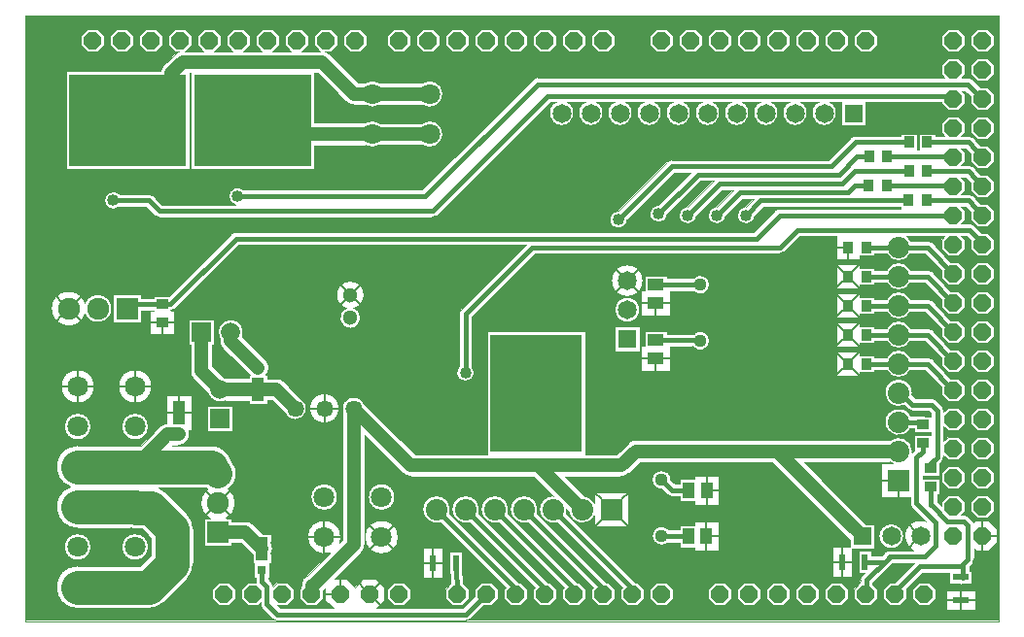
<source format=gbr>
G04 EasyPC Gerber Version 21.0.3 Build 4286 *
G04 #@! TF.Part,Single*
G04 #@! TF.FileFunction,Copper,L2,Bot *
G04 #@! TF.FilePolarity,Positive *
%FSLAX35Y35*%
%MOIN*%
G04 #@! TA.AperFunction,ComponentPad*
%AMT15*0 Octagon Pad at angle 0*4,1,8,-0.01243,-0.03000,0.01243,-0.03000,0.03000,-0.01243,0.03000,0.01243,0.01243,0.03000,-0.01243,0.03000,-0.03000,0.01243,-0.03000,-0.01243,-0.01243,-0.03000,0*%
%ADD15T15*%
G04 #@! TA.AperFunction,SMDPad*
%ADD72R,0.02441X0.05787*%
%ADD20R,0.03543X0.03937*%
%ADD24R,0.04016X0.05787*%
%ADD74R,0.04331X0.07874*%
%ADD29R,0.31496X0.40354*%
%ADD75R,0.03150X0.03150*%
G04 #@! TA.AperFunction,ComponentPad*
%ADD18R,0.06496X0.06496*%
%ADD70R,0.06575X0.06575*%
%ADD16R,0.07382X0.07382*%
%ADD25R,0.07559X0.07559*%
G04 #@! TD.AperFunction*
%ADD13C,0.00394*%
%ADD14C,0.00787*%
%ADD79C,0.01575*%
G04 #@! TA.AperFunction,ViaPad*
%ADD80C,0.04000*%
G04 #@! TA.AperFunction,ComponentPad*
%ADD22C,0.04449*%
G04 #@! TD.AperFunction*
%ADD78C,0.04724*%
G04 #@! TA.AperFunction,ComponentPad*
%ADD28C,0.05118*%
%ADD27C,0.05748*%
%ADD19C,0.06496*%
%ADD71C,0.06575*%
%ADD77C,0.07087*%
%ADD17C,0.07382*%
G04 #@! TA.AperFunction,SMDPad*
%ADD76R,0.05787X0.02441*%
%ADD21R,0.03937X0.03543*%
%ADD23R,0.05787X0.04016*%
G04 #@! TA.AperFunction,ComponentPad*
%ADD26C,0.07559*%
G04 #@! TA.AperFunction,SMDPad*
%ADD73R,0.40354X0.31496*%
G04 #@! TD.AperFunction*
%ADD82C,0.09843*%
%ADD81C,0.11811*%
X0Y0D02*
D02*
D13*
X6090Y210303D02*
Y2397D01*
X339910*
Y210303*
X6090*
X26701Y111641D02*
G75*
G02X35833Y109739I4368J-1902D01*
G01*
G75*
G02X26701Y107837I-4764*
G01*
G75*
G02X15124Y109739I-5632J1902*
G01*
G75*
G02X26701Y111641I5945*
G01*
X336298Y36977D02*
X339325Y33950D01*
Y29673*
X336298Y26646*
X332021*
X331423Y27244*
Y23812*
G75*
G02X330786Y22278I-2165J0*
G01*
X329741Y21233*
Y19704*
X330671*
Y15295*
X328273*
G75*
G02X327419Y15132I-855J2160*
G01*
X326793*
G75*
G02X325939Y15295J2323*
G01*
X322915*
Y19145*
X313690*
X308074Y13531*
X308144Y13461*
Y10162*
X305809Y7828*
X302510*
X300175Y10162*
Y13461*
X302510Y15796*
X304215*
X310817Y22396*
X303440*
X303328Y22284*
G75*
G02X303324Y22281I-1576J1572*
G01*
X296637Y15594*
X296591Y15015*
X298144Y13461*
Y10162*
X295809Y7828*
X292510*
X290175Y10162*
Y13461*
X292291Y15578*
X292385Y16734*
G75*
G02X293012Y18093I2159J-173*
G01*
X293852Y18933*
X291776*
Y26689*
X296185*
Y24977*
X299896*
X300262Y25343*
G75*
G02X300266Y25346I1576J-1572*
G01*
X301009Y26090*
G75*
G02X302543Y26727I1534J-1528*
G01*
X310608*
G75*
G02X314894Y36649I2436J4835*
G01*
X310012Y41531*
G75*
G02X309378Y43062I1531J1531*
G01*
Y44956*
X299687*
Y56669*
X303377*
G75*
G02X302738Y57072I2167J4143*
G01*
X273070*
X294324Y35795*
X297276*
Y27330*
X289492*
Y17752*
X282720*
Y27870*
X288811*
Y30283*
X262052Y57072*
X216949*
X213113Y53236*
G75*
G02X210464Y52141I-2644J2645*
G01*
X191043*
X197793Y45391*
G75*
G02X201276Y42928I-661J-4628*
G01*
Y46618*
X212988*
Y34905*
X201276*
Y38598*
G75*
G02X192504Y40102I-4144J2165*
G01*
X191807Y40798*
G75*
G02Y40763I-4667J-18*
G01*
G75*
G02X191593Y39364I-4676*
G01*
X215161Y15796*
X215809*
X218144Y13461*
Y10162*
X215809Y7828*
X212510*
X210175Y10162*
Y13461*
X210773Y14059*
X188531Y36302*
G75*
G02X182457Y40763I-1399J4461*
G01*
G75*
G02X187132Y45438I4675*
G01*
G75*
G02X187167I18J-4667*
G01*
X180465Y52141*
X138313*
G75*
G02X135665Y53239J3740*
G01*
X122447Y66457*
Y28637*
G75*
G02X121352Y25992I-3740*
G01*
X112337Y16977*
X116298*
X119159Y14116*
X122021Y16977*
X126298*
X129325Y13950*
Y9673*
X126556Y6904*
X156190*
X160175Y10890*
Y13461*
X162510Y15796*
X165809*
X168144Y13461*
Y10162*
X165809Y7828*
X163237*
X158618Y3208*
G75*
G02X157084Y2574I-1531J1531*
G01*
X92567*
G75*
G02X91034Y3208I-2J2165*
G01*
X87491Y6751*
G75*
G02X86856Y8282I1531J1531*
G01*
Y8875*
X85809Y7828*
X82510*
X80175Y10162*
Y13461*
X82510Y15796*
X85091*
G75*
G02X85085Y15959I2159J165*
G01*
Y17338*
X84691*
Y22456*
X84100*
Y25237*
X80110Y29227*
X77014*
Y28204*
X67486*
Y37732*
X69433*
G75*
G02X68719Y47750I2817J5235*
G01*
G75*
G02X68169Y48168I3530J5219*
G01*
X51964*
G75*
G02X54250Y46621I-2865J-6697*
G01*
X61573Y39298*
G75*
G02X63707Y34148I-5150J-5150*
G01*
G75*
G02Y34147I-2374J-1*
G01*
G75*
G02Y34143I-2196J-2*
G01*
Y22107*
G75*
G02Y22103I-2276J-2*
G01*
G75*
G02Y22101I-2578J-1*
G01*
G75*
G02X61573Y16951I-7283J0*
G01*
X53585Y8963*
G75*
G02X48429Y6830I-5150J5150*
G01*
X43959*
G75*
G02X43745I-107J7300*
G01*
X24274*
G75*
G02X24167Y6829I-107J7295*
G01*
G75*
G02Y21397J7284*
G01*
G75*
G02X24274Y21396J-7296*
G01*
X43745*
G75*
G02X43959I107J-7300*
G01*
X45418*
X49140Y25118*
Y31131*
X46083Y34188*
X44053*
G75*
G02X42355Y34389J7284*
G01*
X24274*
G75*
G02X24167Y34388I-107J7295*
G01*
G75*
G02X21803Y48562J7284*
G01*
G75*
G02X24167Y62736I2365J6890*
G01*
G75*
G02X24274Y62735J-7296*
G01*
X43745*
G75*
G02X43959I107J-7300*
G01*
X45846*
X52303Y69192*
G75*
G02X54455Y70257I2648J-2642*
G01*
Y80133*
X63116*
Y67929*
X62262*
G75*
G02X58785Y62810I-3477J-1379*
G01*
X56500*
X56425Y62735*
X69766*
G75*
G02X76806Y57319J-7283*
G01*
G75*
G02X75781Y47750I-4556J-4351*
G01*
G75*
G02X75067Y37732I-3531J-4783*
G01*
X77014*
Y36707*
X81655*
G75*
G02X84304Y35612I5J-3740*
G01*
X87617Y32299*
X90400*
Y29394*
G75*
G02Y25360I-3149J-2017*
G01*
Y22456*
X89809*
Y17338*
X89415*
Y16856*
X90553Y15719*
G75*
G02X91170Y14456I-1531J-1531*
G01*
X92510Y15796*
X95809*
X98144Y13461*
Y10162*
X95809Y7828*
X92539*
X93462Y6904*
X111763*
X108994Y9673*
Y13633*
X108144Y12783*
Y10162*
X105809Y7828*
X102510*
X100175Y10162*
Y13461*
X100671Y13957*
X100835Y15195*
G75*
G02X102798Y18016I3708J-487*
G01*
X110715Y25933*
G75*
G02X102939Y31255I-2067J5321*
G01*
G75*
G02X114356I5709*
G01*
G75*
G02X113969Y29188I-5709J0*
G01*
X114967Y30186*
Y74540*
G75*
G02X122021Y77462I3740J947*
G01*
X139862Y59621*
X164612*
Y101846*
X198077*
Y59621*
X208919*
X212755Y63457*
G75*
G02X215404Y64552I2644J-2645*
G01*
X262728*
G75*
G02X264922I1097J-3741*
G01*
X302738*
G75*
G02X310219Y60812I2805J-3740*
G01*
G75*
G02X310187Y60267I-4677J1*
G01*
X310841Y60921*
Y66417*
X316628*
Y67204*
X310841*
Y68646*
X309687*
G75*
G02X300868Y70812I-4144J2165*
G01*
G75*
G02X309687Y72977I4675*
G01*
X313530*
G75*
G02X314564Y72716I3J-2166*
G01*
X316628*
Y73915*
X315896Y74646*
X310296*
G75*
G02X308762Y75281I-2J2165*
G01*
X307484Y76559*
G75*
G02X300868Y80812I-1941J4253*
G01*
G75*
G02X310219I4675*
G01*
G75*
G02X310150Y80017I-4676J0*
G01*
X311190Y78977*
X316791*
G75*
G02X318324Y78343I2J-2165*
G01*
X320324Y76343*
G75*
G02X320959Y74812I-1531J-1531*
G01*
Y74245*
X322510Y75796*
X325809*
X328144Y73461*
Y70162*
X325809Y67828*
X322510*
X320959Y69379*
Y64245*
X322510Y65796*
X325809*
X328144Y63461*
Y60162*
X325809Y57828*
X322510*
X320959Y59379*
Y58802*
G75*
G02X320324Y57271I-2165*
G01*
X319496Y56443*
Y52204*
X313709*
Y51417*
X319496*
Y45905*
X318709*
Y43459*
X320175Y41992*
Y43461*
X322510Y45796*
X325809*
X328144Y43461*
Y40162*
X326959Y38977*
X327756*
G75*
G02X329289Y38343I2J-2165*
G01*
X330789Y36843*
G75*
G02X331236Y36193I-1531J-1531*
G01*
X332021Y36977*
X336298*
X43852Y32420D02*
G75*
G02Y23365J-4528D01*
G01*
G75*
G02Y32420J4528*
G01*
X24167D02*
G75*
G02Y23365J-4528D01*
G01*
G75*
G02Y32420J4528*
G01*
X325809Y55796D02*
X328144Y53461D01*
Y50162*
X325809Y47828*
X322510*
X320175Y50162*
Y53461*
X322510Y55796*
X325809*
X321734Y13011D02*
X331852D01*
Y6240*
X321734*
Y13011*
X315809Y15796D02*
X318144Y13461D01*
Y10162*
X315809Y7828*
X312510*
X310175Y10162*
Y13461*
X312510Y15796*
X315809*
X303043Y35794D02*
G75*
G02X307276Y31562J-4232D01*
G01*
G75*
G02X303043Y27330I-4232*
G01*
G75*
G02X298811Y31562J4232*
G01*
G75*
G02X303043Y35794I4232*
G01*
X275809Y15796D02*
X278144Y13461D01*
Y10162*
X275809Y7828*
X272510*
X270175Y10162*
Y13461*
X272510Y15796*
X275809*
X285809D02*
X288144Y13461D01*
Y10162*
X285809Y7828*
X282510*
X280175Y10162*
Y13461*
X282510Y15796*
X285809*
X225809D02*
X228144Y13461D01*
Y10162*
X225809Y7828*
X222510*
X220175Y10162*
Y13461*
X222510Y15796*
X225809*
X235520Y36622D02*
X243866D01*
Y26504*
X235520*
Y27685*
X230402*
Y29239*
X226346*
G75*
G02X221085Y31706I-2052J2467*
G01*
G75*
G02X226648Y33885I3209*
G01*
X230402*
Y35441*
X235520*
Y36622*
X245809Y15796D02*
X248144Y13461D01*
Y10162*
X245809Y7828*
X242510*
X240175Y10162*
Y13461*
X242510Y15796*
X245809*
X235636Y52437D02*
X243982D01*
Y42319*
X235636*
Y43500*
X230518*
Y45211*
X227837*
G75*
G02X226304Y45846I-2J2165*
G01*
X224437Y47713*
G75*
G02X221085Y50918I-143J3206*
G01*
G75*
G02X227502I3209*
G01*
G75*
G02X227499Y50775I-3212J-1*
G01*
X228731Y49542*
X230518*
Y51256*
X235636*
Y52437*
X255809Y15796D02*
X258144Y13461D01*
Y10162*
X255809Y7828*
X252510*
X250175Y10162*
Y13461*
X252510Y15796*
X255809*
X265809D02*
X268144Y13461D01*
Y10162*
X265809Y7828*
X262510*
X260175Y10162*
Y13461*
X262510Y15796*
X265809*
X205809D02*
X208144Y13461D01*
Y10162*
X205809Y7828*
X202510*
X200175Y10162*
Y13461*
X200773Y14059*
X178531Y36302*
G75*
G02X172457Y40763I-1399J4461*
G01*
G75*
G02X181807I4675*
G01*
G75*
G02X181593Y39364I-4676*
G01*
X205161Y15796*
X205809*
X175809D02*
X178144Y13461D01*
Y10162*
X175809Y7828*
X172510*
X170175Y10162*
Y13461*
X170773Y14059*
X148531Y36302*
G75*
G02X142457Y40763I-1399J4461*
G01*
G75*
G02X151807I4675*
G01*
G75*
G02X151593Y39364I-4676*
G01*
X175161Y15796*
X175809*
X156200Y15405D02*
X158144Y13461D01*
Y10162*
X155809Y7828*
X152510*
X150175Y10162*
Y13461*
X151875Y15161*
X151755Y18578*
X151581*
Y26334*
X155990*
Y21373*
X156200Y15405*
X142526Y27515D02*
X149297D01*
Y17397*
X142526*
Y27515*
X185809Y15796D02*
X188144Y13461D01*
Y10162*
X185809Y7828*
X182510*
X180175Y10162*
Y13461*
X180773Y14059*
X158531Y36302*
G75*
G02X152457Y40763I-1399J4461*
G01*
G75*
G02X161807I4675*
G01*
G75*
G02X161593Y39364I-4676*
G01*
X185161Y15796*
X185809*
X195809D02*
X198144Y13461D01*
Y10162*
X195809Y7828*
X192510*
X190175Y10162*
Y13461*
X190773Y14059*
X168531Y36302*
G75*
G02X162457Y40763I-1399J4461*
G01*
G75*
G02X171807I4675*
G01*
G75*
G02X171593Y39364I-4676*
G01*
X195161Y15796*
X195809*
X122624Y31255D02*
G75*
G02X134041I5709D01*
G01*
G75*
G02X122624I-5709*
G01*
X135809Y15796D02*
X138144Y13461D01*
Y10162*
X135809Y7828*
X132510*
X130175Y10162*
Y13461*
X132510Y15796*
X135809*
X123805Y45034D02*
G75*
G02X132860I4528D01*
G01*
G75*
G02X123805I-4528*
G01*
X75809Y15796D02*
X78144Y13461D01*
Y10162*
X75809Y7828*
X72510*
X70175Y10162*
Y13461*
X72510Y15796*
X75809*
X18459Y83011D02*
G75*
G02X29876I5709D01*
G01*
G75*
G02X18459I-5709*
G01*
X19640Y69231D02*
G75*
G02X28695I4528D01*
G01*
G75*
G02X19640I-4528*
G01*
X142261Y187158D02*
G75*
G02X149341Y183418I2552J-3740D01*
G01*
G75*
G02X142261Y179678I-4528J0*
G01*
X127680*
G75*
G02X122576I-2552J3741*
G01*
X118807*
G75*
G02X116159Y180776J3740*
G01*
X106370Y190566*
X105222*
Y173536*
X122824*
G75*
G02X127680Y173379I2304J-3898*
G01*
X142261*
G75*
G02X149341Y169639I2552J-3740*
G01*
G75*
G02X142261Y165898I-4528J0*
G01*
X127680*
G75*
G02X122824Y165741I-2552J3740*
G01*
X105222*
Y157693*
X62900*
Y190566*
X62467*
Y157693*
X20144*
Y191157*
X52619*
G75*
G02X53663Y193174I3687J-631*
G01*
X57437Y196948*
G75*
G02X58825Y197828I2648J-2642*
G01*
X57510*
X55175Y200162*
Y203461*
X57510Y205796*
X60809*
X63144Y203461*
Y200162*
X61028Y198046*
X67291*
X65175Y200162*
Y203461*
X67510Y205796*
X70809*
X73144Y203461*
Y200162*
X71028Y198046*
X77291*
X75175Y200162*
Y203461*
X77510Y205796*
X80809*
X83144Y203461*
Y200162*
X81028Y198046*
X87291*
X85175Y200162*
Y203461*
X87510Y205796*
X90809*
X93144Y203461*
Y200162*
X91028Y198046*
X97291*
X95175Y200162*
Y203461*
X97510Y205796*
X100809*
X103144Y203461*
Y200162*
X101028Y198046*
X107291*
X105175Y200162*
Y203461*
X107510Y205796*
X110809*
X113144Y203461*
Y200162*
X110809Y197828*
X109179*
G75*
G02X110567Y196948I-1259J-3522*
G01*
X120356Y187158*
X122576*
G75*
G02X127680I2552J-3741*
G01*
X142261*
X335809Y185796D02*
X338144Y183461D01*
Y180162*
X335809Y177828*
X332510*
X330175Y180162*
Y182545*
X328296Y184425*
X327180*
X328144Y183461*
Y180162*
X325809Y177828*
X322510*
X320175Y180162*
Y180646*
X294276*
Y172578*
X285811*
Y180646*
X281834*
G75*
G02X280043Y172580I-1791J-3835*
G01*
G75*
G02X278252Y180646J4232*
G01*
X271834*
G75*
G02X270043Y172580I-1791J-3835*
G01*
G75*
G02X268252Y180646J4232*
G01*
X261834*
G75*
G02X260043Y172580I-1791J-3835*
G01*
G75*
G02X258252Y180646J4232*
G01*
X251834*
G75*
G02X250043Y172580I-1791J-3835*
G01*
G75*
G02X248252Y180646J4232*
G01*
X241834*
G75*
G02X240043Y172580I-1791J-3835*
G01*
G75*
G02X238252Y180646J4232*
G01*
X231834*
G75*
G02X230043Y172580I-1791J-3835*
G01*
G75*
G02X228252Y180646J4232*
G01*
X221834*
G75*
G02X220043Y172580I-1791J-3835*
G01*
G75*
G02X218252Y180646J4232*
G01*
X211834*
G75*
G02X210043Y172580I-1791J-3835*
G01*
G75*
G02X208252Y180646J4232*
G01*
X201834*
G75*
G02X200043Y172580I-1791J-3835*
G01*
G75*
G02X198252Y180646J4232*
G01*
X191834*
G75*
G02X190043Y172580I-1791J-3835*
G01*
G75*
G02X188252Y180646J4232*
G01*
X186190*
X147246Y141702*
G75*
G02X145712Y141068I-1531J1531*
G01*
X52124*
G75*
G02X50591Y141702I-2J2165*
G01*
X47633Y144660*
X38398*
G75*
G02X33360Y146826I-2054J2165*
G01*
G75*
G02X38398Y148991I2984*
G01*
X48527*
G75*
G02X50061Y148357I2J-2165*
G01*
X53019Y145398*
X78080*
G75*
G02X75998Y148243I903J2844*
G01*
G75*
G02X80855Y150567I2984*
G01*
X142262*
X180086Y188390*
G75*
G02X181728Y189070I1643J-1643*
G01*
X321267*
X320175Y190162*
Y193461*
X322510Y195796*
X325809*
X328144Y193461*
Y190162*
X327052Y189070*
X329258*
G75*
G02X330900Y188390J-2322*
G01*
X333494Y185796*
X335809*
Y175796D02*
X338144Y173461D01*
Y170162*
X335809Y167828*
X332510*
X330175Y170162*
Y173461*
X332510Y175796*
X335809*
Y165796D02*
X338144Y163461D01*
Y160162*
X335809Y157828*
X332510*
X330175Y160162*
Y162933*
X328557Y164685*
X326920*
X328144Y163461*
Y160162*
X326997Y159015*
X329505*
G75*
G02X331097Y158318J-2166*
G01*
X333427Y155796*
X335809*
X338144Y153461*
Y150162*
X335809Y147828*
X332510*
X330175Y150162*
Y152933*
X328557Y154685*
X326920*
X328144Y153461*
Y150162*
X326997Y149015*
X329505*
G75*
G02X331097Y148318J-2166*
G01*
X333427Y145796*
X335809*
X338144Y143461*
Y140162*
X335809Y137828*
X332510*
X330175Y140162*
Y142933*
X328557Y144685*
X326920*
X328144Y143461*
Y140162*
X326959Y138977*
X329791*
G75*
G02X331324Y138343I2J-2165*
G01*
X333871Y135796*
X335809*
X338144Y133461*
Y130162*
X335809Y127828*
X332510*
X330175Y130162*
Y133368*
X328896Y134646*
X326959*
X328144Y133461*
Y130162*
X325809Y127828*
X322510*
X320175Y130162*
Y133461*
X321360Y134646*
X308218*
G75*
G02X309687Y132977I-2674J-3835*
G01*
X315542*
G75*
G02X317107Y132309I1J-2165*
G01*
X323343Y125796*
X325809*
X328144Y123461*
Y120162*
X325809Y117828*
X322510*
X320175Y120162*
Y122843*
X314619Y128646*
X309687*
G75*
G02X301400I-4144J2165*
G01*
X297199*
Y127858*
X292081*
Y126677*
X284207*
Y134646*
X271641*
X266275Y129281*
G75*
G02X264742Y128646I-1531J1531*
G01*
X180863*
X159219Y107002*
Y89824*
G75*
G02X160037Y87770I-2165J-2054*
G01*
G75*
G02X154069I-2984*
G01*
G75*
G02X154888Y89824I2984*
G01*
Y107898*
G75*
G02X155522Y109430I2165*
G01*
X177739Y131646*
X79289*
X57346Y109704*
G75*
G02X56069Y109085I-1531J1531*
G01*
Y108874*
X57250*
Y101000*
X48982*
Y108874*
X50163*
Y109070*
X45833*
Y104976*
X36305*
Y114504*
X45833*
Y113400*
X50163*
Y113992*
X55509*
X76861Y135343*
G75*
G02X78394Y135977I1531J-1531*
G01*
X255896*
X263262Y143343*
G75*
G02X264796Y143977I1531J-1531*
G01*
X306051*
Y144685*
X259228*
X256276Y141733*
G75*
G02X250309Y141812I-2983J79*
G01*
G75*
G02X253214Y144795I2984*
G01*
X255817Y147397*
X251940*
X246276Y141733*
G75*
G02X240309Y141812I-2983J79*
G01*
G75*
G02X243214Y144795I2984*
G01*
X248816Y150397*
X244940*
X236276Y141733*
G75*
G02X230309Y141812I-2983J79*
G01*
G75*
G02X233214Y144795I2984*
G01*
X242064Y153645*
X237690*
X226276Y142233*
G75*
G02X220309Y142312I-2983J79*
G01*
G75*
G02X223214Y145295I2984*
G01*
X234318Y156397*
X228641*
X212477Y140233*
G75*
G02X206510Y140312I-2983J79*
G01*
G75*
G02X209415Y143295I2984*
G01*
X226211Y160092*
G75*
G02X227744Y160728I1533J-1529*
G01*
X281646*
X289299Y168380*
G75*
G02X290831Y169015I1533J-1530*
G01*
X306301*
Y169803*
X311813*
Y164173*
X312600*
Y169803*
X318112*
Y169015*
X321322*
X320175Y170162*
Y173461*
X322510Y175796*
X325809*
X328144Y173461*
Y170162*
X326997Y169015*
X329505*
G75*
G02X331097Y168318J-2166*
G01*
X333427Y165796*
X335809*
Y45796D02*
X338144Y43461D01*
Y40162*
X335809Y37828*
X332510*
X330175Y40162*
Y43461*
X332510Y45796*
X335809*
Y55796D02*
X338144Y53461D01*
Y50162*
X335809Y47828*
X332510*
X330175Y50162*
Y53461*
X332510Y55796*
X335809*
Y65796D02*
X338144Y63461D01*
Y60162*
X335809Y57828*
X332510*
X330175Y60162*
Y63461*
X332510Y65796*
X335809*
Y75796D02*
X338144Y73461D01*
Y70162*
X335809Y67828*
X332510*
X330175Y70162*
Y73461*
X332510Y75796*
X335809*
Y85796D02*
X338144Y83461D01*
Y80162*
X335809Y77828*
X332510*
X330175Y80162*
Y83461*
X332510Y85796*
X335809*
Y95796D02*
X338144Y93461D01*
Y90162*
X335809Y87828*
X332510*
X330175Y90162*
Y93461*
X332510Y95796*
X335809*
Y105796D02*
X338144Y103461D01*
Y100162*
X335809Y97828*
X332510*
X330175Y100162*
Y103461*
X332510Y105796*
X335809*
Y115796D02*
X338144Y113461D01*
Y110162*
X335809Y107828*
X332510*
X330175Y110162*
Y113461*
X332510Y115796*
X335809*
Y125796D02*
X338144Y123461D01*
Y120162*
X335809Y117828*
X332510*
X330175Y120162*
Y123461*
X332510Y125796*
X335809*
X325809Y85796D02*
X328144Y83461D01*
Y80162*
X325809Y77828*
X322510*
X320175Y80162*
Y82843*
X314619Y88646*
X309687*
G75*
G02X301400I-4144J2165*
G01*
X297199*
Y87858*
X292081*
Y86677*
X284207*
Y94944*
X292081*
Y93763*
X297199*
Y92977*
X301400*
G75*
G02X309687I4144J-2165*
G01*
X315542*
G75*
G02X317107Y92309I1J-2165*
G01*
X323343Y85796*
X325809*
Y95796D02*
X328144Y93461D01*
Y90162*
X325809Y87828*
X322510*
X320175Y90162*
Y92843*
X314619Y98646*
X309687*
G75*
G02X301400I-4144J2165*
G01*
X297199*
Y97858*
X292081*
Y96677*
X284207*
Y104944*
X292081*
Y103763*
X297199*
Y102977*
X301400*
G75*
G02X309687I4144J-2165*
G01*
X315542*
G75*
G02X317107Y102309I1J-2165*
G01*
X323343Y95796*
X325809*
Y105796D02*
X328144Y103461D01*
Y100162*
X325809Y97828*
X322510*
X320175Y100162*
Y102843*
X314619Y108646*
X309687*
G75*
G02X301400I-4144J2165*
G01*
X297199*
Y107858*
X292081*
Y106677*
X284207*
Y114944*
X292081*
Y113763*
X297199*
Y112977*
X301400*
G75*
G02X309687I4144J-2165*
G01*
X315542*
G75*
G02X317107Y112309I1J-2165*
G01*
X323343Y105796*
X325809*
Y115796D02*
X328144Y113461D01*
Y110162*
X325809Y107828*
X322510*
X320175Y110162*
Y112843*
X314619Y118646*
X309687*
G75*
G02X301400I-4144J2165*
G01*
X297199*
Y117858*
X292081*
Y116677*
X284207*
Y124944*
X292081*
Y123763*
X297199*
Y122977*
X301400*
G75*
G02X309687I4144J-2165*
G01*
X315542*
G75*
G02X317107Y122309I1J-2165*
G01*
X323343Y115796*
X325809*
X207130Y119312D02*
G75*
G02X217957I5413D01*
G01*
G75*
G02X207130I-5413*
G01*
X208311Y103543D02*
X216776D01*
Y95078*
X208311*
Y103543*
Y109312D02*
G75*
G02X216776I4232D01*
G01*
G75*
G02X208311I-4232*
G01*
X235438Y101127D02*
G75*
G02X240752Y98706I2106J-2421D01*
G01*
G75*
G02X234965Y96796I-3209*
G01*
X227352*
Y88488*
X217234*
Y96834*
X218415*
Y101952*
X226171*
Y101127*
X235438*
X235376Y120284D02*
G75*
G02X240752Y117918I2167J-2366D01*
G01*
G75*
G02X235285Y115639I-3209*
G01*
X227352*
Y107488*
X217234*
Y115834*
X218415*
Y120952*
X226171*
Y120284*
X235376*
X103667Y75487D02*
G75*
G02X113746I5039D01*
G01*
G75*
G02X103667I-5039*
G01*
X108648Y49562D02*
G75*
G02Y40507J-4528D01*
G01*
G75*
G02Y49562J4528*
G01*
X112880Y114385D02*
G75*
G02X122329I4724D01*
G01*
G75*
G02X118850Y109828I-4724*
G01*
G75*
G02X117604Y102967I-1246J-3317*
G01*
G75*
G02X116358Y109828J3543*
G01*
G75*
G02X112880Y114385I1246J4557*
G01*
X100681Y78802D02*
G75*
G02X98707Y71629I-1975J-3315D01*
G01*
G75*
G02X95392Y73512J3858*
G01*
X90740Y78164*
X89100*
Y76984*
X82801*
Y78046*
X74707*
G75*
G02X68855Y80758I-1748J3898*
G01*
X63939Y85674*
G75*
G02X62841Y88322I2642J2648*
G01*
Y97437*
X62309*
Y105980*
X70852*
Y97437*
X70321*
Y89871*
X74144Y86048*
G75*
G02X74707Y85841I-1186J-4106*
G01*
X82801*
Y86826*
X83220*
X73939Y96107*
G75*
G02X72841Y98755I2642J2648*
G01*
Y99644*
G75*
G02X76581Y105979I3740J2063*
G01*
G75*
G02X80534Y100091I0J-4271*
G01*
X88596Y92030*
G75*
G02X88679Y86826I-2645J-2644*
G01*
X89100*
Y85644*
X92289*
G75*
G02X94937Y84546J-3740*
G01*
X100681Y78802*
X68687Y76216D02*
X77230D01*
Y67673*
X68687*
Y76216*
X38144Y83011D02*
G75*
G02X49561I5709D01*
G01*
G75*
G02X38144I-5709*
G01*
X39325Y69231D02*
G75*
G02X48380I4528D01*
G01*
G75*
G02X39325I-4528*
G01*
X30809Y205796D02*
X33144Y203461D01*
Y200162*
X30809Y197828*
X27510*
X25175Y200162*
Y203461*
X27510Y205796*
X30809*
X40809D02*
X43144Y203461D01*
Y200162*
X40809Y197828*
X37510*
X35175Y200162*
Y203461*
X37510Y205796*
X40809*
X50809D02*
X53144Y203461D01*
Y200162*
X50809Y197828*
X47510*
X45175Y200162*
Y203461*
X47510Y205796*
X50809*
X120809D02*
X123144Y203461D01*
Y200162*
X120809Y197828*
X117510*
X115175Y200162*
Y203461*
X117510Y205796*
X120809*
X135809D02*
X138144Y203461D01*
Y200162*
X135809Y197828*
X132510*
X130175Y200162*
Y203461*
X132510Y205796*
X135809*
X145809D02*
X148144Y203461D01*
Y200162*
X145809Y197828*
X142510*
X140175Y200162*
Y203461*
X142510Y205796*
X145809*
X155809D02*
X158144Y203461D01*
Y200162*
X155809Y197828*
X152510*
X150175Y200162*
Y203461*
X152510Y205796*
X155809*
X165809D02*
X168144Y203461D01*
Y200162*
X165809Y197828*
X162510*
X160175Y200162*
Y203461*
X162510Y205796*
X165809*
X175809D02*
X178144Y203461D01*
Y200162*
X175809Y197828*
X172510*
X170175Y200162*
Y203461*
X172510Y205796*
X175809*
X185809D02*
X188144Y203461D01*
Y200162*
X185809Y197828*
X182510*
X180175Y200162*
Y203461*
X182510Y205796*
X185809*
X195809D02*
X198144Y203461D01*
Y200162*
X195809Y197828*
X192510*
X190175Y200162*
Y203461*
X192510Y205796*
X195809*
X205809D02*
X208144Y203461D01*
Y200162*
X205809Y197828*
X202510*
X200175Y200162*
Y203461*
X202510Y205796*
X205809*
X225809D02*
X228144Y203461D01*
Y200162*
X225809Y197828*
X222510*
X220175Y200162*
Y203461*
X222510Y205796*
X225809*
X235809D02*
X238144Y203461D01*
Y200162*
X235809Y197828*
X232510*
X230175Y200162*
Y203461*
X232510Y205796*
X235809*
X245809D02*
X248144Y203461D01*
Y200162*
X245809Y197828*
X242510*
X240175Y200162*
Y203461*
X242510Y205796*
X245809*
X255809D02*
X258144Y203461D01*
Y200162*
X255809Y197828*
X252510*
X250175Y200162*
Y203461*
X252510Y205796*
X255809*
X265809D02*
X268144Y203461D01*
Y200162*
X265809Y197828*
X262510*
X260175Y200162*
Y203461*
X262510Y205796*
X265809*
X275809D02*
X278144Y203461D01*
Y200162*
X275809Y197828*
X272510*
X270175Y200162*
Y203461*
X272510Y205796*
X275809*
X285809D02*
X288144Y203461D01*
Y200162*
X285809Y197828*
X282510*
X280175Y200162*
Y203461*
X282510Y205796*
X285809*
X295809D02*
X298144Y203461D01*
Y200162*
X295809Y197828*
X292510*
X290175Y200162*
Y203461*
X292510Y205796*
X295809*
X325809D02*
X328144Y203461D01*
Y200162*
X325809Y197828*
X322510*
X320175Y200162*
Y203461*
X322510Y205796*
X325809*
X335809Y195796D02*
X338144Y193461D01*
Y190162*
X335809Y187828*
X332510*
X330175Y190162*
Y193461*
X332510Y195796*
X335809*
Y205796D02*
X338144Y203461D01*
Y200162*
X335809Y197828*
X332510*
X330175Y200162*
Y203461*
X332510Y205796*
X335809*
X92271Y2594D02*
G36*
G75*
G02X91034Y3208I294J2147D01*
G01*
X87491Y6751*
G75*
G02X86856Y8282I1532J1531*
G01*
Y8875*
X85809Y7828*
X82510*
X80712Y9626*
X77607*
X75809Y7828*
X72510*
X70712Y9626*
X54248*
X53585Y8963*
G75*
G02X48429Y6830I-5151J5151*
G01*
X43959*
G75*
G02X43745I-107J7282*
G01*
X24274*
X24167Y6829*
G75*
G02X18430Y9626J7284*
G01*
X6287*
Y2594*
X92271*
G37*
X109042Y9626D02*
G36*
X107607D01*
X105809Y7828*
X102510*
X100712Y9626*
X97607*
X95809Y7828*
X92539*
X93462Y6904*
X111763*
X109042Y9626*
G37*
X158911D02*
G36*
X157607D01*
X155809Y7828*
X152510*
X150712Y9626*
X137607*
X135809Y7828*
X132510*
X130712Y9626*
X129277*
X126556Y6904*
X156190*
X158911Y9626*
G37*
X331852D02*
G36*
Y6240D01*
X321734*
Y9626*
X317607*
X315809Y7828*
X312510*
X310712Y9626*
X307607*
X305809Y7828*
X302510*
X300712Y9626*
X297607*
X295809Y7828*
X292510*
X290712Y9626*
X287607*
X285809Y7828*
X282510*
X280712Y9626*
X277607*
X275809Y7828*
X272510*
X270712Y9626*
X267607*
X265809Y7828*
X262510*
X260712Y9626*
X257607*
X255809Y7828*
X252510*
X250712Y9626*
X247607*
X245809Y7828*
X242510*
X240712Y9626*
X227607*
X225809Y7828*
X222510*
X220712Y9626*
X217607*
X215809Y7828*
X212510*
X210712Y9626*
X207607*
X205809Y7828*
X202510*
X200712Y9626*
X197607*
X195809Y7828*
X192510*
X190712Y9626*
X187607*
X185809Y7828*
X182510*
X180712Y9626*
X177607*
X175809Y7828*
X172510*
X170712Y9626*
X167607*
X165809Y7828*
X163237*
X158618Y3208*
G75*
G02X157380Y2594I-1532J1533*
G01*
X339713*
Y9626*
X331852*
G37*
X46478Y22456D02*
G36*
X6287D01*
Y9626*
X18430*
G75*
G02X16883Y14113I5738J4488*
G01*
G75*
G02X24167Y21397I7284*
G01*
G75*
G02X24274Y21396I27J-3641*
G01*
X43745*
G75*
G02X43959I107J-7282*
G01*
X45418*
X46478Y22456*
G37*
X80712Y9626D02*
G36*
X80175Y10162D01*
Y13461*
X82510Y15796*
X85091*
G75*
G02X85085Y15959I2107J163*
G01*
Y15959*
Y17338*
X84691*
Y22456*
X84100*
X63707*
Y22107*
Y22103*
Y22101*
Y22101*
G75*
G02X61573Y16951I-7282*
G01*
X54248Y9626*
X70712*
X70175Y10162*
Y13461*
X72510Y15796*
X75809*
X78144Y13461*
Y10162*
X77607Y9626*
X80712*
G37*
X107238Y22456D02*
G36*
X90400D01*
X89809*
Y17338*
X89415*
Y16856*
X90553Y15719*
G75*
G02X91170Y14456I-1535J-1533*
G01*
X92510Y15796*
X95809*
X98144Y13461*
Y10162*
X97607Y9626*
X100712*
X100175Y10162*
Y13461*
X100671Y13957*
X100835Y15195*
G75*
G02X102798Y18016I3707J-486*
G01*
X107238Y22456*
G37*
X150712Y9626D02*
G36*
X150175Y10162D01*
Y13461*
X151875Y15161*
X151755Y18578*
X151581*
Y22456*
X149297*
Y17397*
X142526*
Y22456*
X117816*
X112337Y16977*
X116298*
X119159Y14116*
X122021Y16977*
X126298*
X129325Y13950*
Y9673*
X129277Y9626*
X130712*
X130175Y10162*
Y13461*
X132510Y15796*
X135809*
X138144Y13461*
Y10162*
X137607Y9626*
X150712*
G37*
X109042D02*
G36*
X108994Y9673D01*
Y13633*
X108144Y12783*
Y10162*
X107607Y9626*
X109042*
G37*
X170712D02*
G36*
X170175Y10162D01*
Y13461*
X170773Y14059*
X162376Y22456*
X155990*
Y21373*
X156200Y15405*
X158144Y13461*
Y10162*
X157607Y9626*
X158911*
X160175Y10890*
Y13461*
X162510Y15796*
X165809*
X168144Y13461*
Y10162*
X167607Y9626*
X170712*
G37*
X180712D02*
G36*
X180175Y10162D01*
Y13461*
X180773Y14059*
X172376Y22456*
X168500*
X175161Y15796*
X175809*
X178144Y13461*
Y10162*
X177607Y9626*
X180712*
G37*
X190712D02*
G36*
X190175Y10162D01*
Y13461*
X190773Y14059*
X182376Y22456*
X178500*
X185161Y15796*
X185809*
X188144Y13461*
Y10162*
X187607Y9626*
X190712*
G37*
X200712D02*
G36*
X200175Y10162D01*
Y13461*
X200773Y14059*
X192376Y22456*
X188500*
X195161Y15796*
X195809*
X198144Y13461*
Y10162*
X197607Y9626*
X200712*
G37*
X210712D02*
G36*
X210175Y10162D01*
Y13461*
X210773Y14059*
X202376Y22456*
X198500*
X205161Y15796*
X205809*
X208144Y13461*
Y10162*
X207607Y9626*
X210712*
G37*
X291776Y22456D02*
G36*
X289492D01*
Y17752*
X282720*
Y22456*
X208500*
X215161Y15796*
X215809*
X218144Y13461*
Y10162*
X217607Y9626*
X220712*
X220175Y10162*
Y13461*
X222510Y15796*
X225809*
X228144Y13461*
Y10162*
X227607Y9626*
X240712*
X240175Y10162*
Y13461*
X242510Y15796*
X245809*
X248144Y13461*
Y10162*
X247607Y9626*
X250712*
X250175Y10162*
Y13461*
X252510Y15796*
X255809*
X258144Y13461*
Y10162*
X257607Y9626*
X260712*
X260175Y10162*
Y13461*
X262510Y15796*
X265809*
X268144Y13461*
Y10162*
X267607Y9626*
X270712*
X270175Y10162*
Y13461*
X272510Y15796*
X275809*
X278144Y13461*
Y10162*
X277607Y9626*
X280712*
X280175Y10162*
Y13461*
X282510Y15796*
X285809*
X288144Y13461*
Y10162*
X287607Y9626*
X290712*
X290175Y10162*
Y13461*
X292291Y15578*
X292385Y16734*
G75*
G02X293012Y18093I2156J-171*
G01*
X293852Y18933*
X291776*
Y22456*
G37*
X300712Y9626D02*
G36*
X300175Y10162D01*
Y13461*
X302510Y15796*
X304215*
X310817Y22396*
X303440*
X303328Y22284*
X303324Y22281*
X296637Y15594*
X296591Y15015*
X298144Y13461*
Y10162*
X297607Y9626*
X300712*
G37*
X330947Y22456D02*
G36*
G75*
G02X330786Y22278I-1687J1354D01*
G01*
X329741Y21233*
Y19704*
X330671*
Y15295*
X328273*
G75*
G02X327419Y15132I-853J2151*
G01*
X326793*
G75*
G02X325939Y15295I-2J2314*
G01*
X322915*
Y19145*
X313690*
X308074Y13531*
X308144Y13461*
Y10162*
X307607Y9626*
X310712*
X310175Y10162*
Y13461*
X312510Y15796*
X315809*
X318144Y13461*
Y10162*
X317607Y9626*
X321734*
Y13011*
X331852*
Y9626*
X339713*
Y22456*
X330947*
G37*
X49140Y27893D02*
G36*
X48380D01*
G75*
G02X43852Y23365I-4528*
G01*
G75*
G02X39325Y27893J4528*
G01*
X28695*
G75*
G02X24167Y23365I-4528*
G01*
G75*
G02X19640Y27893J4528*
G01*
X6287*
Y22456*
X46478*
X49140Y25118*
Y27893*
G37*
X81445D02*
G36*
X63707D01*
Y22456*
X84100*
Y25237*
X81445Y27893*
G37*
X104034D02*
G36*
X90954D01*
G75*
G02X90990Y27377I-3704J-517*
G01*
G75*
G02X90400Y25360I-3740*
G01*
Y22456*
X107238*
X110715Y25933*
G75*
G02X104034Y27893I-2067J5321*
G01*
G37*
X162376Y22456D02*
G36*
X156940Y27893D01*
X132946*
G75*
G02X123719I-4613J3362*
G01*
X122372*
G75*
G02X121352Y25992I-3666J744*
G01*
X117816Y22456*
X142526*
Y27515*
X149297*
Y22456*
X151581*
Y26334*
X155990*
Y22456*
X162376*
G37*
X172376D02*
G36*
X166940Y27893D01*
X163064*
X168500Y22456*
X172376*
G37*
X182376D02*
G36*
X176940Y27893D01*
X173064*
X178500Y22456*
X182376*
G37*
X192376D02*
G36*
X186940Y27893D01*
X183064*
X188500Y22456*
X192376*
G37*
X288811Y27893D02*
G36*
X243866D01*
Y26504*
X235520*
Y27685*
X230402*
Y27893*
X203064*
X208500Y22456*
X282720*
Y27870*
X288811*
Y27893*
G37*
X202376Y22456D02*
G36*
X196940Y27893D01*
X193064*
X198500Y22456*
X202376*
G37*
X309063Y27893D02*
G36*
X305152D01*
G75*
G02X303043Y27330I-2109J3670*
G01*
G75*
G02X300935Y27893I1J4233*
G01*
X297276*
Y27330*
X289492*
Y22456*
X291776*
Y26689*
X296185*
Y24977*
X299896*
X300262Y25343*
X300266Y25346*
X301009Y26090*
G75*
G02X302543Y26727I1533J-1526*
G01*
X310608*
G75*
G02X309063Y27893I2436J4835*
G01*
G37*
X337544D02*
G36*
X336298Y26646D01*
X332021*
X331423Y27244*
Y23812*
G75*
G02Y23811I-2115J0*
G01*
G75*
G02X330947Y22456I-2163*
G01*
X339713*
Y27893*
X337544*
G37*
X49140D02*
G36*
Y31131D01*
X46083Y34188*
X44053*
G75*
G02X42355Y34389I0J7287*
G01*
X24274*
X24167Y34388*
G75*
G02X16883Y41672J7284*
G01*
G75*
G02X17706Y45034I7284*
G01*
X6287*
Y27893*
X19640*
G75*
G02X24167Y32420I4528*
G01*
G75*
G02X28695Y27893J-4528*
G01*
X39325*
G75*
G02X43852Y32420I4528*
G01*
G75*
G02X48380Y27893J-4528*
G01*
X49140*
G37*
X81445D02*
G36*
X80110Y29227D01*
X77014*
Y28204*
X67486*
Y37732*
X69433*
G75*
G02X66305Y42967I2817J5235*
G01*
G75*
G02X66676Y45034I5945*
G01*
X55837*
X61573Y39298*
G75*
G02X63707Y34148I-5153J-5152*
G01*
Y34147*
Y34143*
Y27893*
X81445*
G37*
X114967Y45034D02*
G36*
X113175D01*
G75*
G02X108648Y40507I-4528*
G01*
G75*
G02X104120Y45034J4528*
G01*
X77824*
G75*
G02X78195Y42967I-5574J-2067*
G01*
G75*
G02X75067Y37732I-5945*
G01*
X77014*
Y36707*
X81655*
G75*
G02X84304Y35612I4J-3743*
G01*
X87617Y32299*
X90400*
Y29394*
G75*
G02X90954Y27893I-3149J-2017*
G01*
X104034*
G75*
G02X102939Y31255I4613J3363*
G01*
G75*
G02X114356I5709*
G01*
G75*
G02X113969Y29188I-5715J1*
G01*
X114967Y30186*
Y45034*
G37*
X156940Y27893D02*
G36*
X148531Y36302D01*
G75*
G02X142457Y40763I-1399J4461*
G01*
G75*
G02X145232Y45034I4675*
G01*
X132860*
G75*
G02X123805I-4528*
G01*
X122447*
Y28637*
G75*
G02X122372Y27893I-3741J0*
G01*
X123719*
G75*
G02X122624Y31255I4613J3363*
G01*
G75*
G02X134041I5709*
G01*
G75*
G02X132946Y27893I-5709J0*
G01*
X156940*
G37*
X176940D02*
G36*
X168531Y36302D01*
G75*
G02X162457Y40763I-1399J4461*
G01*
G75*
G02X165232Y45034I4675*
G01*
X159032*
G75*
G02X161807Y40763I-1900J-4272*
G01*
G75*
G02X161593Y39364I-4683J1*
G01*
X173064Y27893*
X176940*
G37*
X166940D02*
G36*
X158531Y36302D01*
G75*
G02X152457Y40763I-1399J4461*
G01*
G75*
G02X155232Y45034I4675*
G01*
X149032*
G75*
G02X151807Y40763I-1900J-4272*
G01*
G75*
G02X151593Y39364I-4683J1*
G01*
X163064Y27893*
X166940*
G37*
X186940D02*
G36*
X178531Y36302D01*
G75*
G02X172457Y40763I-1399J4461*
G01*
G75*
G02X175232Y45034I4675*
G01*
X169032*
G75*
G02X171807Y40763I-1900J-4272*
G01*
G75*
G02X171593Y39364I-4683J1*
G01*
X183064Y27893*
X186940*
G37*
X196940D02*
G36*
X188531Y36302D01*
G75*
G02X182457Y40763I-1399J4461*
G01*
G75*
G02X185231Y45034I4675*
G01*
X179032*
G75*
G02X181807Y40763I-1900J-4272*
G01*
G75*
G02X181593Y39364I-4683J1*
G01*
X193064Y27893*
X196940*
G37*
X288811D02*
G36*
Y30283D01*
X274076Y45034*
X243982*
Y42319*
X235636*
Y43500*
X230518*
Y45034*
X212988*
Y34905*
X201276*
Y38598*
G75*
G02X192504Y40102I-4144J2165*
G01*
X191807Y40798*
Y40763*
G75*
G02X191593Y39364I-4683J1*
G01*
X203064Y27893*
X230402*
Y29239*
X226346*
G75*
G02X221085Y31706I-2052J2467*
G01*
G75*
G02X226648Y33885I3209*
G01*
X230402*
Y35441*
X235520*
Y36622*
X243866*
Y27893*
X288811*
G37*
X201276Y45034D02*
G36*
X199032D01*
G75*
G02X201276Y42928I-1901J-4272*
G01*
Y45034*
G37*
X309063Y27893D02*
G36*
G75*
G02X307630Y31562I3981J3669D01*
G01*
G75*
G02X314894Y36649I5413*
G01*
X310012Y41531*
G75*
G02X309378Y43062I1532J1531*
G01*
Y44956*
X299687*
Y45034*
X285094*
X294324Y35795*
X297276*
Y27893*
X300935*
G75*
G02X298811Y31562I2109J3670*
G01*
G75*
G02X303043Y35794I4232*
G01*
G75*
G02X307276Y31562J-4232*
G01*
G75*
G02X305152Y27893I-4233J1*
G01*
X309063*
G37*
X321748Y45034D02*
G36*
X318709D01*
Y43459*
X320175Y41992*
Y43461*
X321748Y45034*
G37*
X337544Y27893D02*
G36*
X339713D01*
Y45034*
X336571*
X338144Y43461*
Y40162*
X335809Y37828*
X332510*
X330175Y40162*
Y43461*
X331748Y45034*
X326571*
X328144Y43461*
Y40162*
X326959Y38977*
X327756*
G75*
G02X329289Y38343I2J-2167*
G01*
X330789Y36843*
G75*
G02X331236Y36193I-1531J-1532*
G01*
X332021Y36977*
X336298*
X339325Y33950*
Y29673*
X337544Y27893*
G37*
X17644Y52210D02*
G36*
X6287D01*
Y45034*
X17706*
G75*
G02X21803Y48562I6462J-3362*
G01*
G75*
G02X17644Y52210I2365J6890*
G01*
G37*
X66676Y45034D02*
G36*
G75*
G02X68719Y47750I5574J-2067D01*
G01*
G75*
G02X68169Y48168I3611J5324*
G01*
X51964*
G75*
G02X54250Y46621I-2868J-6702*
G01*
X55837Y45034*
X66676*
G37*
X114967Y52210D02*
G36*
X78504D01*
G75*
G02X75781Y47750I-6254J757*
G01*
G75*
G02X77824Y45034I-3531J-4783*
G01*
X104120*
G75*
G02X108648Y49562I4528*
G01*
G75*
G02X113175Y45034J-4528*
G01*
X114967*
Y52210*
G37*
X137596D02*
G36*
X122447D01*
Y45034*
X123805*
G75*
G02X132860I4528*
G01*
X145232*
G75*
G02X149032I1900J-4272*
G01*
X155232*
G75*
G02X159032I1900J-4272*
G01*
X165232*
G75*
G02X169032I1900J-4272*
G01*
X175232*
G75*
G02X179032I1900J-4272*
G01*
X185231*
G75*
G02X187132Y45438I1900J-4272*
G01*
X187167*
X180465Y52141*
X138313*
G75*
G02X137596Y52210J3740*
G01*
G37*
X230518Y45034D02*
G36*
Y45211D01*
X227837*
G75*
G02X226304Y45846I-2J2167*
G01*
X224437Y47713*
G75*
G02X221085Y50918I-143J3206*
G01*
G75*
G02X221356Y52210I3209J0*
G01*
X211185*
G75*
G02X210464Y52141I-717J3673*
G01*
X191043*
X197793Y45391*
G75*
G02X199032Y45034I-662J-4629*
G01*
X201276*
Y46618*
X212988*
Y45034*
X230518*
G37*
X274076D02*
G36*
X266909Y52210D01*
X243982*
Y45034*
X274076*
G37*
X235636Y52210D02*
G36*
X227230D01*
G75*
G02X227502Y50918I-2937J-1292*
G01*
G75*
G02X227499Y50775I-3263*
G01*
X228731Y49542*
X230518*
Y51256*
X235636*
Y52210*
G37*
X299687D02*
G36*
X277927D01*
X285094Y45034*
X299687*
Y52210*
G37*
X338144D02*
G36*
Y50162D01*
X335809Y47828*
X332510*
X330175Y50162*
Y52210*
X328144*
Y50162*
X325809Y47828*
X322510*
X320175Y50162*
Y52210*
X319496*
Y52204*
X313709*
Y51417*
X319496*
Y45905*
X318709*
Y45034*
X321748*
X322510Y45796*
X325809*
X326571Y45034*
X331748*
X332510Y45796*
X335809*
X336571Y45034*
X339713*
Y52210*
X338144*
G37*
X17644D02*
G36*
G75*
G02X16883Y55452I6523J3242D01*
G01*
G75*
G02X20617Y61812I7284*
G01*
X6287*
Y52210*
X17644*
G37*
X114967Y61812D02*
G36*
X73315D01*
G75*
G02X76806Y57319I-3549J-6361*
G01*
G75*
G02X78550Y52967I-4556J-4351*
G01*
G75*
G02X78504Y52210I-6300J0*
G01*
X114967*
Y61812*
G37*
X137596Y52210D02*
G36*
G75*
G02X135665Y53239I717J3671D01*
G01*
X127093Y61812*
X122447*
Y52210*
X137596*
G37*
X164612Y61812D02*
G36*
X137671D01*
X139862Y59621*
X164612*
Y61812*
G37*
X211110D02*
G36*
X198077D01*
Y59621*
X208919*
X211110Y61812*
G37*
X266909Y52210D02*
G36*
X262052Y57072D01*
X216949*
X213113Y53236*
G75*
G02X211185Y52210I-2646J2647*
G01*
X221356*
G75*
G02X227230I2937J-1292*
G01*
X235636*
Y52437*
X243982*
Y52210*
X266909*
G37*
X299687D02*
G36*
Y56669D01*
X303377*
G75*
G02X302738Y57072I2172J4151*
G01*
X273070*
X277927Y52210*
X299687*
G37*
X310841Y61812D02*
G36*
X310110D01*
G75*
G02X310219Y60812I-4567J-1000*
G01*
G75*
G02Y60808I-4800J-2*
G01*
G75*
G02X310187Y60267I-4599*
G01*
X310841Y60921*
Y61812*
G37*
X338144D02*
G36*
Y60162D01*
X335809Y57828*
X332510*
X330175Y60162*
Y61812*
X328144*
Y60162*
X325809Y57828*
X322510*
X320959Y59379*
Y58802*
G75*
G02X320324Y57271I-2166J0*
G01*
X319496Y56443*
Y52210*
X320175*
Y53461*
X322510Y55796*
X325809*
X328144Y53461*
Y52210*
X330175*
Y53461*
X332510Y55796*
X335809*
X338144Y53461*
Y52210*
X339713*
Y61812*
X338144*
G37*
X20617D02*
G36*
G75*
G02X24167Y62736I3551J-6360D01*
G01*
G75*
G02X24274Y62735I27J-3641*
G01*
X43745*
G75*
G02X43959I107J-7282*
G01*
X45846*
X52303Y69192*
G75*
G02X52343Y69231I2649J-2635*
G01*
X48380*
G75*
G02X39325I-4528*
G01*
X28695*
G75*
G02X19640I-4528*
G01*
X6287*
Y61812*
X20617*
G37*
X114967Y69231D02*
G36*
X77230D01*
Y67673*
X68687*
Y69231*
X63116*
Y67929*
X62262*
G75*
G02X62526Y66550I-3477J-1379*
G01*
G75*
G02X58785Y62810I-3740*
G01*
X56500*
X56425Y62735*
X69766*
G75*
G02X73315Y61812I0J-7284*
G01*
X114967*
Y69231*
G37*
X127093Y61812D02*
G36*
X122447Y66457D01*
Y61812*
X127093*
G37*
X164612Y69231D02*
G36*
X130252D01*
X137671Y61812*
X164612*
Y69231*
G37*
X310841Y61812D02*
G36*
Y66417D01*
X316628*
Y67204*
X310841*
Y68646*
X309687*
G75*
G02X301143Y69231I-4144J2165*
G01*
X198077*
Y61812*
X211110*
X212755Y63457*
G75*
G02X215404Y64552I2646J-2647*
G01*
X262728*
G75*
G02X264922I1097J-3741*
G01*
X302738*
G75*
G02X310110Y61812I2805J-3740*
G01*
X310841*
G37*
X337213Y69231D02*
G36*
X335809Y67828D01*
X332510*
X331106Y69231*
X327213*
X325809Y67828*
X322510*
X321106Y69231*
X320959*
Y64245*
X322510Y65796*
X325809*
X328144Y63461*
Y61812*
X330175*
Y63461*
X332510Y65796*
X335809*
X338144Y63461*
Y61812*
X339713*
Y69231*
X337213*
G37*
X54455Y75487D02*
G36*
X6287D01*
Y69231*
X19640*
G75*
G02X28695I4528*
G01*
X39325*
G75*
G02X48380I4528*
G01*
X52343*
G75*
G02X54455Y70257I2608J-2683*
G01*
Y75487*
G37*
X68687D02*
G36*
X63116D01*
Y69231*
X68687*
Y75487*
G37*
X114967Y69231D02*
G36*
Y74540D01*
G75*
G02X114848Y75487I3741J947*
G01*
X113746*
G75*
G02X103667I-5039*
G01*
X102565*
G75*
G02X98707Y71629I-3858*
G01*
G75*
G02X95392Y73512I0J3859*
G01*
X93417Y75487*
X77230*
Y69231*
X114967*
G37*
X164612Y75487D02*
G36*
X123996D01*
X130252Y69231*
X164612*
Y75487*
G37*
X301143Y69231D02*
G36*
G75*
G02X300868Y70812I4400J1580D01*
G01*
G75*
G02X305504Y75487I4675*
G01*
X198077*
Y69231*
X301143*
G37*
X308556Y75487D02*
G36*
X305583D01*
G75*
G02X309687Y72977I-40J-4675*
G01*
X313530*
G75*
G02X314564Y72716I4J-2163*
G01*
X316628*
Y73915*
X315896Y74646*
X310296*
G75*
G02X308762Y75281I-2J2167*
G01*
X308556Y75487*
G37*
X322201D02*
G36*
X320851D01*
G75*
G02X320959Y74812I-2058J-675*
G01*
Y74245*
X322201Y75487*
G37*
X321106Y69231D02*
G36*
X320959Y69379D01*
Y69231*
X321106*
G37*
X331106D02*
G36*
X330175Y70162D01*
Y73461*
X332201Y75487*
X326118*
X328144Y73461*
Y70162*
X327213Y69231*
X331106*
G37*
X337213D02*
G36*
X339713D01*
Y75487*
X336118*
X338144Y73461*
Y70162*
X337213Y69231*
G37*
X93417Y75487D02*
G36*
X90740Y78164D01*
X89100*
Y76984*
X82801*
Y78046*
X74707*
G75*
G02X68855Y80758I-1748J3898*
G01*
X66602Y83011*
X49561*
G75*
G02X38144I-5709*
G01*
X29876*
G75*
G02X18459I-5709*
G01*
X6287*
Y75487*
X54455*
Y80133*
X63116*
Y75487*
X68687*
Y76216*
X77230*
Y75487*
X93417*
G37*
X164612Y83011D02*
G36*
X96472D01*
X100681Y78802*
G75*
G02X102565Y75487I-1975J-3315*
G01*
X103667*
G75*
G02X113746I5039*
G01*
X114848*
G75*
G02X122021Y77462I3858*
G01*
X123996Y75487*
X164612*
Y83011*
G37*
X308556Y75487D02*
G36*
X307484Y76559D01*
G75*
G02X300868Y80812I-1941J4253*
G01*
G75*
G02X301417Y83011I4675J0*
G01*
X198077*
Y75487*
X305504*
G75*
G02X305583I40J-4679*
G01*
X308556*
G37*
X338144Y83011D02*
G36*
Y80162D01*
X335809Y77828*
X332510*
X330175Y80162*
Y83011*
X328144*
Y80162*
X325809Y77828*
X322510*
X320175Y80162*
Y82843*
X320014Y83011*
X309669*
G75*
G02X310219Y80812I-4126J-2198*
G01*
G75*
G02Y80809I-4511J-1*
G01*
G75*
G02X310150Y80017I-4640*
G01*
X311190Y78977*
X316791*
G75*
G02X318324Y78343I2J-2167*
G01*
X320324Y76343*
G75*
G02X320851Y75487I-1532J-1532*
G01*
X322201*
X322510Y75796*
X325809*
X326118Y75487*
X332201*
X332510Y75796*
X335809*
X336118Y75487*
X339713*
Y83011*
X338144*
G37*
X66602D02*
G36*
X63939Y85674D01*
G75*
G02X62841Y88322I2642J2648*
G01*
Y91812*
X6287*
Y83011*
X18459*
G75*
G02X29876I5709*
G01*
X38144*
G75*
G02X49561I5709*
G01*
X66602*
G37*
X78234Y91812D02*
G36*
X70321D01*
Y89871*
X74144Y86048*
G75*
G02X74707Y85841I-1185J-4101*
G01*
X82801*
Y86826*
X83220*
X78234Y91812*
G37*
X164612D02*
G36*
X159219D01*
Y89824*
G75*
G02X160037Y87771I-2164J-2053*
G01*
Y87770*
G75*
G02X154069I-2984*
G01*
Y87771*
G75*
G02X154888Y89824I2983*
G01*
Y91812*
X88797*
G75*
G02X89691Y89385I-2846J-2427*
G01*
G75*
G02X88679Y86826I-3741*
G01*
X89100*
Y85644*
X92289*
G75*
G02X94937Y84546J-3740*
G01*
X96472Y83011*
X164612*
Y91812*
G37*
X320014Y83011D02*
G36*
X314619Y88646D01*
X309687*
G75*
G02X301400I-4144J2166*
G01*
X297199*
Y87858*
X292081*
Y86677*
X284207*
Y91812*
X227352*
Y88488*
X217234*
Y91812*
X198077*
Y83011*
X301417*
G75*
G02X309669I4126J-2199*
G01*
X320014*
G37*
X338144Y91812D02*
G36*
Y90162D01*
X335809Y87828*
X332510*
X330175Y90162*
Y91812*
X328144*
Y90162*
X325809Y87828*
X322510*
X320175Y90162*
Y91812*
X317583*
X323343Y85796*
X325809*
X328144Y83461*
Y83011*
X330175*
Y83461*
X332510Y85796*
X335809*
X338144Y83461*
Y83011*
X339713*
Y91812*
X338144*
G37*
X62309Y101812D02*
G36*
X57250D01*
Y101000*
X48982*
Y101812*
X6287*
Y91812*
X62841*
Y97437*
X62309*
Y101812*
G37*
X78234Y91812D02*
G36*
X73939Y96107D01*
G75*
G02X72841Y98755I2642J2648*
G01*
Y99644*
G75*
G02X72309Y101707I3740J2063*
G01*
G75*
G02X72310Y101812I4273J4*
G01*
X70852*
Y97437*
X70321*
Y91812*
X78234*
G37*
X154888Y101812D02*
G36*
X80851D01*
G75*
G02X80852Y101708I-4265J-117*
G01*
G75*
G02X80534Y100091I-4272J0*
G01*
X88596Y92030*
G75*
G02X88797Y91812I-2645J-2646*
G01*
X154888*
Y101812*
G37*
X164612D02*
G36*
X159219D01*
Y91812*
X164612*
Y101812*
G37*
X217234Y91812D02*
G36*
Y96834D01*
X218415*
Y101812*
X216776*
Y95078*
X208311*
Y101812*
X198077*
Y91812*
X217234*
G37*
X236739Y101812D02*
G36*
X226171D01*
Y101127*
X235438*
G75*
G02X236739Y101812I2106J-2421*
G01*
G37*
X320175Y91812D02*
G36*
Y92843D01*
X314619Y98646*
X309687*
G75*
G02X301400I-4144J2166*
G01*
X297199*
Y97858*
X292081*
Y96677*
X284207*
Y101812*
X238348*
G75*
G02X240752Y98706I-805J-3106*
G01*
Y98706*
G75*
G02X234965Y96796I-3209*
G01*
X227352*
Y91812*
X284207*
Y94944*
X292081*
Y93763*
X297199*
Y92977*
X301400*
G75*
G02X309687I4144J-2166*
G01*
X315542*
G75*
G02X317107Y92309I2J-2163*
G01*
X317583Y91812*
X320175*
G37*
X338144Y101812D02*
G36*
Y100162D01*
X335809Y97828*
X332510*
X330175Y100162*
Y101812*
X328144*
Y100162*
X325809Y97828*
X322510*
X320175Y100162*
Y101812*
X317583*
X323343Y95796*
X325809*
X328144Y93461*
Y91812*
X330175*
Y93461*
X332510Y95796*
X335809*
X338144Y93461*
Y91812*
X339713*
Y101812*
X338144*
G37*
X36305Y109739D02*
G36*
X35833D01*
G75*
G02X26701Y107837I-4764*
G01*
G75*
G02X15124Y109739I-5632J1902*
G01*
X6287*
Y101812*
X48982*
Y108874*
X50163*
Y109070*
X45833*
Y104976*
X36305*
Y109739*
G37*
X155831D02*
G36*
X119065D01*
G75*
G02X121148Y106511I-1460J-3228*
G01*
G75*
G02X117604Y102967I-3543*
G01*
G75*
G02X114061Y106511J3543*
G01*
G75*
G02X116144Y109739I3543*
G01*
X57381*
X57346Y109704*
G75*
G02X56069Y109085I-1530J1529*
G01*
Y108874*
X57250*
Y101812*
X62309*
Y105980*
X70852*
Y101812*
X72310*
G75*
G02X76581Y105979I4270J-104*
G01*
G75*
G02X80851Y101812J-4271*
G01*
X154888*
Y107898*
G75*
G02X155522Y109430I2166J0*
G01*
X155831Y109739*
G37*
X320175Y101812D02*
G36*
Y102843D01*
X314619Y108646*
X309687*
G75*
G02X301400I-4144J2166*
G01*
X297199*
Y107858*
X292081*
Y106677*
X284207*
Y109739*
X227352*
Y107488*
X217234*
Y109739*
X216754*
G75*
G02X216776Y109312I-4211J-428*
G01*
G75*
G02X208311I-4232*
G01*
G75*
G02X208333Y109739I4233J0*
G01*
X161956*
X159219Y107002*
Y101812*
X164612*
Y101846*
X198077*
Y101812*
X208311*
Y103543*
X216776*
Y101812*
X218415*
Y101952*
X226171*
Y101812*
X236739*
G75*
G02X238348I805J-3106*
G01*
X284207*
Y104944*
X292081*
Y103763*
X297199*
Y102977*
X301400*
G75*
G02X309687I4144J-2166*
G01*
X315542*
G75*
G02X317107Y102309I2J-2163*
G01*
X317583Y101812*
X320175*
G37*
X337720Y109739D02*
G36*
X335809Y107828D01*
X332510*
X330598Y109739*
X327720*
X325809Y107828*
X322510*
X320598Y109739*
X319568*
X323343Y105796*
X325809*
X328144Y103461*
Y101812*
X330175*
Y103461*
X332510Y105796*
X335809*
X338144Y103461*
Y101812*
X339713*
Y109739*
X337720*
G37*
X63330Y121812D02*
G36*
X6287D01*
Y109739*
X15124*
G75*
G02X26701Y111641I5945*
G01*
G75*
G02X35833Y109739I4368J-1902*
G01*
X36305*
Y114504*
X45833*
Y113400*
X50163*
Y113992*
X55509*
X63330Y121812*
G37*
X167904D02*
G36*
X69454D01*
X57381Y109739*
X116144*
G75*
G02X116358Y109828I1460J-3228*
G01*
G75*
G02X112880Y114384I1246J4557*
G01*
Y114385*
G75*
G02X122329I4724*
G01*
Y114384*
G75*
G02X118850Y109828I-4724*
G01*
G75*
G02X119065Y109739I-1246J-3316*
G01*
X155831*
X167904Y121812*
G37*
X320598Y109739D02*
G36*
X320175Y110162D01*
Y112843*
X314619Y118646*
X309687*
G75*
G02X301400I-4144J2166*
G01*
X297199*
Y117858*
X292081*
Y116677*
X284207*
Y121812*
X217345*
G75*
G02X217957Y119312I-4802J-2500*
G01*
G75*
G02X207130I-5413*
G01*
G75*
G02X207742Y121812I5413*
G01*
X174029*
X161956Y109739*
X208333*
G75*
G02X216754I4211J-427*
G01*
X217234*
Y115834*
X218415*
Y120952*
X226171*
Y120284*
X235376*
G75*
G02X240752Y117919I2167J-2366*
G01*
Y117918*
G75*
G02X235285Y115639I-3209J0*
G01*
X227352*
Y109739*
X284207*
Y114944*
X292081*
Y113763*
X297199*
Y112977*
X301400*
G75*
G02X309687I4144J-2166*
G01*
X315542*
G75*
G02X317107Y112309I2J-2163*
G01*
X319568Y109739*
X320598*
G37*
X338144Y121812D02*
G36*
Y120162D01*
X335809Y117828*
X332510*
X330175Y120162*
Y121812*
X328144*
Y120162*
X325809Y117828*
X322510*
X320175Y120162*
Y121812*
X317583*
X323343Y115796*
X325809*
X328144Y113461*
Y110162*
X327720Y109739*
X330598*
X330175Y110162*
Y113461*
X332510Y115796*
X335809*
X338144Y113461*
Y110162*
X337720Y109739*
X339713*
Y121812*
X338144*
G37*
X320175Y171812D02*
G36*
X177356D01*
X147246Y141702*
G75*
G02X145712Y141068I-1532J1533*
G01*
X52124*
G75*
G02X50591Y141702I-2J2167*
G01*
X47633Y144660*
X38398*
G75*
G02X33360Y146826I-2054J2165*
G01*
G75*
G02X38398Y148991I2984*
G01*
X48527*
G75*
G02X50061Y148357I2J-2167*
G01*
X53019Y145398*
X78080*
G75*
G02X75998Y148243I902J2844*
G01*
Y148243*
G75*
G02X80855Y150567I2984*
G01*
X142262*
X163507Y171812*
X148785*
G75*
G02X149341Y169639I-3972J-2174*
G01*
G75*
G02X142261Y165898I-4528*
G01*
X127680*
G75*
G02X122824Y165741I-2552J3740*
G01*
X105222*
Y157693*
X62900*
Y171812*
X62467*
Y157693*
X20144*
Y171812*
X6287*
Y121812*
X63330*
X76861Y135343*
G75*
G02X78394Y135977I1532J-1533*
G01*
X255896*
X263262Y143343*
G75*
G02X264796Y143977I1532J-1533*
G01*
X306051*
Y144685*
X259228*
X256276Y141733*
G75*
G02X250309Y141812I-2983J79*
G01*
G75*
G02X253214Y144795I2985J0*
G01*
X255817Y147397*
X251940*
X246276Y141733*
G75*
G02X240309Y141812I-2983J79*
G01*
G75*
G02X243214Y144795I2985J0*
G01*
X248816Y150397*
X244940*
X236276Y141733*
G75*
G02X230309Y141812I-2983J79*
G01*
G75*
G02X233214Y144795I2985J0*
G01*
X242064Y153645*
X237690*
X226276Y142233*
G75*
G02X220309Y142312I-2983J79*
G01*
G75*
G02X223214Y145295I2985J0*
G01*
X234318Y156397*
X228641*
X212477Y140233*
G75*
G02X206510Y140312I-2983J79*
G01*
G75*
G02X209415Y143295I2985J0*
G01*
X226211Y160092*
G75*
G02X227744Y160728I1533J-1531*
G01*
X281646*
X289299Y168380*
G75*
G02X290831Y169015I1533J-1531*
G01*
X306301*
Y169803*
X311813*
Y164173*
X312600*
Y169803*
X318112*
Y169015*
X321322*
X320175Y170162*
Y171812*
G37*
X167904Y121812D02*
G36*
X177739Y131646D01*
X79289*
X69454Y121812*
X167904*
G37*
X320175D02*
G36*
Y122843D01*
X314619Y128646*
X309687*
G75*
G02X301400I-4144J2166*
G01*
X297199*
Y127858*
X292081*
Y126677*
X284207*
Y134646*
X271641*
X266275Y129281*
G75*
G02X264742Y128646I-1532J1533*
G01*
X180863*
X174029Y121812*
X207742*
G75*
G02X217345I4802J-2500*
G01*
X284207*
Y124944*
X292081*
Y123763*
X297199*
Y122977*
X301400*
G75*
G02X309687I4144J-2166*
G01*
X315542*
G75*
G02X317107Y122309I2J-2163*
G01*
X317583Y121812*
X320175*
G37*
X338144Y171812D02*
G36*
Y170162D01*
X335809Y167828*
X332510*
X330175Y170162*
Y171812*
X328144*
Y170162*
X326997Y169015*
X329505*
G75*
G02X331097Y168318I0J-2165*
G01*
X333427Y165796*
X335809*
X338144Y163461*
Y160162*
X335809Y157828*
X332510*
X330175Y160162*
Y162933*
X328557Y164685*
X326920*
X328144Y163461*
Y160162*
X326997Y159015*
X329505*
G75*
G02X331097Y158318I0J-2165*
G01*
X333427Y155796*
X335809*
X338144Y153461*
Y150162*
X335809Y147828*
X332510*
X330175Y150162*
Y152933*
X328557Y154685*
X326920*
X328144Y153461*
Y150162*
X326997Y149015*
X329505*
G75*
G02X331097Y148318I0J-2165*
G01*
X333427Y145796*
X335809*
X338144Y143461*
Y140162*
X335809Y137828*
X332510*
X330175Y140162*
Y142933*
X328557Y144685*
X326920*
X328144Y143461*
Y140162*
X326959Y138977*
X329791*
G75*
G02X331324Y138343I2J-2167*
G01*
X333871Y135796*
X335809*
X338144Y133461*
Y130162*
X335809Y127828*
X332510*
X330175Y130162*
Y133368*
X328896Y134646*
X326959*
X328144Y133461*
Y130162*
X325809Y127828*
X322510*
X320175Y130162*
Y133461*
X321360Y134646*
X308218*
G75*
G02X309687Y132977I-2673J-3834*
G01*
X315542*
G75*
G02X317107Y132309I2J-2163*
G01*
X323343Y125796*
X325809*
X328144Y123461*
Y121812*
X330175*
Y123461*
X332510Y125796*
X335809*
X338144Y123461*
Y121812*
X339713*
Y171812*
X338144*
G37*
X20144Y181744D02*
G36*
X6287D01*
Y171812*
X20144*
Y181744*
G37*
X62900Y171812D02*
G36*
Y181744D01*
X62467*
Y171812*
X62900*
G37*
X173440Y181744D02*
G36*
X149020D01*
G75*
G02X142261Y179678I-4207J1674*
G01*
X127680*
G75*
G02X122576I-2552J3741*
G01*
X118807*
G75*
G02X116159Y180776J3740*
G01*
X115192Y181744*
X105222*
Y173536*
X122824*
G75*
G02X127680Y173379I2304J-3897*
G01*
X142261*
G75*
G02X148785Y171812I2551J-3740*
G01*
X163507*
X173440Y181744*
G37*
X338144D02*
G36*
Y180162D01*
X335809Y177828*
X332510*
X330175Y180162*
Y181744*
X328144*
Y180162*
X325809Y177828*
X322510*
X320175Y180162*
Y180646*
X294276*
Y172578*
X285811*
Y180646*
X281834*
G75*
G02X284276Y176812I-1791J-3835*
G01*
G75*
G02X280043Y172580I-4232*
G01*
G75*
G02X275811Y176812J4232*
G01*
G75*
G02X278252Y180646I4232*
G01*
X271834*
G75*
G02X274276Y176812I-1791J-3835*
G01*
G75*
G02X270043Y172580I-4232*
G01*
G75*
G02X265811Y176812J4232*
G01*
G75*
G02X268252Y180646I4232*
G01*
X261834*
G75*
G02X264276Y176812I-1791J-3835*
G01*
G75*
G02X260043Y172580I-4232*
G01*
G75*
G02X255811Y176812J4232*
G01*
G75*
G02X258252Y180646I4232*
G01*
X251834*
G75*
G02X254276Y176812I-1791J-3835*
G01*
G75*
G02X250043Y172580I-4232*
G01*
G75*
G02X245811Y176812J4232*
G01*
G75*
G02X248252Y180646I4232*
G01*
X241834*
G75*
G02X244276Y176812I-1791J-3835*
G01*
G75*
G02X240043Y172580I-4232*
G01*
G75*
G02X235811Y176812J4232*
G01*
G75*
G02X238252Y180646I4232*
G01*
X231834*
G75*
G02X234276Y176812I-1791J-3835*
G01*
G75*
G02X230043Y172580I-4232*
G01*
G75*
G02X225811Y176812J4232*
G01*
G75*
G02X228252Y180646I4232*
G01*
X221834*
G75*
G02X224276Y176812I-1791J-3835*
G01*
G75*
G02X220043Y172580I-4232*
G01*
G75*
G02X215811Y176812J4232*
G01*
G75*
G02X218252Y180646I4232*
G01*
X211834*
G75*
G02X214276Y176812I-1791J-3835*
G01*
G75*
G02X210043Y172580I-4232*
G01*
G75*
G02X205811Y176812J4232*
G01*
G75*
G02X208252Y180646I4232*
G01*
X201834*
G75*
G02X204276Y176812I-1791J-3835*
G01*
G75*
G02X200043Y172580I-4232*
G01*
G75*
G02X195811Y176812J4232*
G01*
G75*
G02X198252Y180646I4232*
G01*
X191834*
G75*
G02X194276Y176812I-1791J-3835*
G01*
G75*
G02X190043Y172580I-4232*
G01*
G75*
G02X185811Y176812J4232*
G01*
G75*
G02X188252Y180646I4232*
G01*
X186190*
X177356Y171812*
X320175*
Y173461*
X322510Y175796*
X325809*
X328144Y173461*
Y171812*
X330175*
Y173461*
X332510Y175796*
X335809*
X338144Y173461*
Y171812*
X339713*
Y181744*
X338144*
G37*
X52793Y191812D02*
G36*
X6287D01*
Y181744*
X20144*
Y191157*
X52619*
G75*
G02X52793Y191812I3689J-632*
G01*
G37*
X62900Y181744D02*
G36*
Y190566D01*
X62467*
Y181744*
X62900*
G37*
X115192D02*
G36*
X106370Y190566D01*
X105222*
Y181744*
X115192*
G37*
X320175Y191812D02*
G36*
X115703D01*
X120356Y187158*
X122576*
G75*
G02X127680I2552J-3741*
G01*
X142261*
G75*
G02X149341Y183418I2552J-3740*
G01*
G75*
G02X149020Y181744I-4528*
G01*
X173440*
X180086Y188390*
G75*
G02X181728Y189070I1642J-1642*
G01*
X321267*
X320175Y190162*
Y191812*
G37*
X338144D02*
G36*
Y190162D01*
X335809Y187828*
X332510*
X330175Y190162*
Y191812*
X328144*
Y190162*
X327052Y189070*
X329258*
G75*
G02X330900Y188390I0J-2322*
G01*
X333494Y185796*
X335809*
X338144Y183461*
Y181744*
X339713*
Y191812*
X338144*
G37*
X330175Y181744D02*
G36*
Y182545D01*
X328296Y184425*
X327180*
X328144Y183461*
Y181744*
X330175*
G37*
X52793Y191812D02*
G36*
G75*
G02X53663Y193174I3514J-1286D01*
G01*
X57437Y196948*
G75*
G02X58825Y197828I2646J-2639*
G01*
X57510*
X55175Y200162*
Y201812*
X53144*
Y200162*
X50809Y197828*
X47510*
X45175Y200162*
Y201812*
X43144*
Y200162*
X40809Y197828*
X37510*
X35175Y200162*
Y201812*
X33144*
Y200162*
X30809Y197828*
X27510*
X25175Y200162*
Y201812*
X6287*
Y191812*
X52793*
G37*
X65175Y201812D02*
G36*
X63144D01*
Y200162*
X61028Y198046*
X67291*
X65175Y200162*
Y201812*
G37*
X75175D02*
G36*
X73144D01*
Y200162*
X71028Y198046*
X77291*
X75175Y200162*
Y201812*
G37*
X85175D02*
G36*
X83144D01*
Y200162*
X81028Y198046*
X87291*
X85175Y200162*
Y201812*
G37*
X95175D02*
G36*
X93144D01*
Y200162*
X91028Y198046*
X97291*
X95175Y200162*
Y201812*
G37*
X105175D02*
G36*
X103144D01*
Y200162*
X101028Y198046*
X107291*
X105175Y200162*
Y201812*
G37*
X338144D02*
G36*
Y200162D01*
X335809Y197828*
X332510*
X330175Y200162*
Y201812*
X328144*
Y200162*
X325809Y197828*
X322510*
X320175Y200162*
Y201812*
X298144*
Y200162*
X295809Y197828*
X292510*
X290175Y200162*
Y201812*
X288144*
Y200162*
X285809Y197828*
X282510*
X280175Y200162*
Y201812*
X278144*
Y200162*
X275809Y197828*
X272510*
X270175Y200162*
Y201812*
X268144*
Y200162*
X265809Y197828*
X262510*
X260175Y200162*
Y201812*
X258144*
Y200162*
X255809Y197828*
X252510*
X250175Y200162*
Y201812*
X248144*
Y200162*
X245809Y197828*
X242510*
X240175Y200162*
Y201812*
X238144*
Y200162*
X235809Y197828*
X232510*
X230175Y200162*
Y201812*
X228144*
Y200162*
X225809Y197828*
X222510*
X220175Y200162*
Y201812*
X208144*
Y200162*
X205809Y197828*
X202510*
X200175Y200162*
Y201812*
X198144*
Y200162*
X195809Y197828*
X192510*
X190175Y200162*
Y201812*
X188144*
Y200162*
X185809Y197828*
X182510*
X180175Y200162*
Y201812*
X178144*
Y200162*
X175809Y197828*
X172510*
X170175Y200162*
Y201812*
X168144*
Y200162*
X165809Y197828*
X162510*
X160175Y200162*
Y201812*
X158144*
Y200162*
X155809Y197828*
X152510*
X150175Y200162*
Y201812*
X148144*
Y200162*
X145809Y197828*
X142510*
X140175Y200162*
Y201812*
X138144*
Y200162*
X135809Y197828*
X132510*
X130175Y200162*
Y201812*
X123144*
Y200162*
X120809Y197828*
X117510*
X115175Y200162*
Y201812*
X113144*
Y200162*
X110809Y197828*
X109179*
G75*
G02X110567Y196948I-1257J-3519*
G01*
X115703Y191812*
X320175*
Y193461*
X322510Y195796*
X325809*
X328144Y193461*
Y191812*
X330175*
Y193461*
X332510Y195796*
X335809*
X338144Y193461*
Y191812*
X339713*
Y201812*
X338144*
G37*
X113144D02*
G36*
X115175D01*
Y203461*
X117510Y205796*
X120809*
X123144Y203461*
Y201812*
X130175*
Y203461*
X132510Y205796*
X135809*
X138144Y203461*
Y201812*
X140175*
Y203461*
X142510Y205796*
X145809*
X148144Y203461*
Y201812*
X150175*
Y203461*
X152510Y205796*
X155809*
X158144Y203461*
Y201812*
X160175*
Y203461*
X162510Y205796*
X165809*
X168144Y203461*
Y201812*
X170175*
Y203461*
X172510Y205796*
X175809*
X178144Y203461*
Y201812*
X180175*
Y203461*
X182510Y205796*
X185809*
X188144Y203461*
Y201812*
X190175*
Y203461*
X192510Y205796*
X195809*
X198144Y203461*
Y201812*
X200175*
Y203461*
X202510Y205796*
X205809*
X208144Y203461*
Y201812*
X220175*
Y203461*
X222510Y205796*
X225809*
X228144Y203461*
Y201812*
X230175*
Y203461*
X232510Y205796*
X235809*
X238144Y203461*
Y201812*
X240175*
Y203461*
X242510Y205796*
X245809*
X248144Y203461*
Y201812*
X250175*
Y203461*
X252510Y205796*
X255809*
X258144Y203461*
Y201812*
X260175*
Y203461*
X262510Y205796*
X265809*
X268144Y203461*
Y201812*
X270175*
Y203461*
X272510Y205796*
X275809*
X278144Y203461*
Y201812*
X280175*
Y203461*
X282510Y205796*
X285809*
X288144Y203461*
Y201812*
X290175*
Y203461*
X292510Y205796*
X295809*
X298144Y203461*
Y201812*
X320175*
Y203461*
X322510Y205796*
X325809*
X328144Y203461*
Y201812*
X330175*
Y203461*
X332510Y205796*
X335809*
X338144Y203461*
Y201812*
X339713*
Y210106*
X6287*
Y201812*
X25175*
Y203461*
X27510Y205796*
X30809*
X33144Y203461*
Y201812*
X35175*
Y203461*
X37510Y205796*
X40809*
X43144Y203461*
Y201812*
X45175*
Y203461*
X47510Y205796*
X50809*
X53144Y203461*
Y201812*
X55175*
Y203461*
X57510Y205796*
X60809*
X63144Y203461*
Y201812*
X65175*
Y203461*
X67510Y205796*
X70809*
X73144Y203461*
Y201812*
X75175*
Y203461*
X77510Y205796*
X80809*
X83144Y203461*
Y201812*
X85175*
Y203461*
X87510Y205796*
X90809*
X93144Y203461*
Y201812*
X95175*
Y203461*
X97510Y205796*
X100809*
X103144Y203461*
Y201812*
X105175*
Y203461*
X107510Y205796*
X110809*
X113144Y203461*
Y201812*
G37*
D02*
D14*
X18675Y107345D02*
X16726Y105396D01*
X18675Y112133D02*
X16726Y114082D01*
X21018Y83011D02*
X18262D01*
X23463Y107345D02*
X25412Y105396D01*
X23463Y112133D02*
X25412Y114082D01*
X24167Y79861D02*
Y77105D01*
Y86160D02*
Y88916D01*
X27317Y83011D02*
X30073D01*
X40703D02*
X37947D01*
X43852Y79861D02*
Y77105D01*
Y86160D02*
Y88916D01*
X47002Y83011D02*
X49758D01*
X51541Y104936D02*
X48785D01*
X53116Y103558D02*
Y100803D01*
X54691Y104936D02*
X57447D01*
X57014Y74030D02*
X54258D01*
X58785Y77574D02*
Y80330D01*
X60557Y74030D02*
X63313D01*
X69856Y40573D02*
X67907Y38624D01*
X69856Y45361D02*
X67907Y47310D01*
X74644Y40573D02*
X76593Y38624D01*
X74644Y45361D02*
X76593Y47310D01*
X105498Y31255D02*
X102742D01*
X106226Y75487D02*
X103470D01*
X108648Y28105D02*
Y25349D01*
Y34404D02*
Y37160D01*
X108707Y73007D02*
Y70251D01*
Y77967D02*
Y80723D01*
X111187Y75487D02*
X113943D01*
X111553Y11812D02*
X108797D01*
X111797Y31255D02*
X114553D01*
X114159Y14418D02*
Y17174D01*
X116073Y112854D02*
X114124Y110905D01*
X116073Y115916D02*
X114124Y117865D01*
X119135Y112854D02*
X121084Y110905D01*
X119135Y115916D02*
X121084Y117865D01*
X122317Y13655D02*
X120369Y15603D01*
X126002Y9969D02*
X127951Y8021D01*
X126002Y13655D02*
X127951Y15603D01*
X126106Y29028D02*
X124157Y27079D01*
X126106Y33482D02*
X124157Y35431D01*
X130560Y29028D02*
X132509Y27079D01*
X130560Y33482D02*
X132509Y35431D01*
X145085Y22456D02*
X142329D01*
X145911Y19956D02*
Y17200D01*
Y24956D02*
Y27712D01*
X146738Y22456D02*
X149494D01*
X203719Y37350D02*
X201079Y34709D01*
X203719Y44175D02*
X201080Y46815D01*
X210525Y117293D02*
X208576Y115345D01*
X210525Y121330D02*
X208576Y123279D01*
X210544Y37350D02*
X213185Y34709D01*
X210544Y44175D02*
X213184Y46815D01*
X214562Y117293D02*
X216510Y115345D01*
X214562Y121330D02*
X216510Y123279D01*
X219793Y92662D02*
X217037D01*
X219793Y111662D02*
X217037D01*
X222293Y91048D02*
Y88291D01*
Y110048D02*
Y107291D01*
X224793Y92662D02*
X227549D01*
X224793Y111662D02*
X227549D01*
X239693Y29062D02*
Y26307D01*
Y34062D02*
Y36819D01*
X239809Y44877D02*
Y42122D01*
Y49877D02*
Y52633D01*
X241307Y31562D02*
X244063D01*
X241423Y47377D02*
X244179D01*
X285280Y22812D02*
X282524D01*
X286106Y20312D02*
Y17555D01*
Y25312D02*
Y28067D01*
X286650Y89319D02*
X284010Y86678D01*
X286650Y92305D02*
X284010Y94946D01*
X286650Y99319D02*
X284010Y96678D01*
X286650Y102305D02*
X284010Y104946D01*
X286650Y109319D02*
X284010Y106678D01*
X286650Y112305D02*
X284010Y114946D01*
X286650Y119319D02*
X284010Y116678D01*
X286650Y122305D02*
X284010Y124946D01*
X286766Y130812D02*
X284010D01*
X286933Y22812D02*
X289689D01*
X288144Y129237D02*
Y126480D01*
X289637Y89319D02*
X292278Y86678D01*
X289637Y92305D02*
X292278Y94946D01*
X289637Y99319D02*
X292278Y96678D01*
X289637Y102305D02*
X292278Y104946D01*
X289637Y109319D02*
X292278Y106678D01*
X289637Y112305D02*
X292278Y114946D01*
X289637Y119319D02*
X292278Y116678D01*
X289637Y122305D02*
X292278Y124946D01*
X302246Y50812D02*
X299490D01*
X305543Y47515D02*
Y44759D01*
X311025Y29543D02*
X309076Y27595D01*
X311025Y33580D02*
X309076Y35529D01*
X324293Y9625D02*
X321537D01*
X326793Y8798D02*
Y6043D01*
Y10452D02*
Y13208D01*
X329293Y9625D02*
X332049D01*
X334159Y29206D02*
Y26450D01*
Y34418D02*
Y37174D01*
X336766Y31812D02*
X339522D01*
D02*
D15*
X29159Y201812D03*
X39159D03*
X49159D03*
X59159D03*
X69159D03*
X74159Y11812D03*
X79159Y201812D03*
X84159Y11812D03*
X89159Y201812D03*
X94159Y11812D03*
X99159Y201812D03*
X104159Y11812D03*
X109159Y201812D03*
X114159Y11812D03*
X119159Y201812D03*
X124159Y11812D03*
X134159D03*
Y201812D03*
X144159D03*
X154159Y11812D03*
Y201812D03*
X164159Y11812D03*
Y201812D03*
X174159Y11812D03*
Y201812D03*
X184159Y11812D03*
Y201812D03*
X194159Y11812D03*
Y201812D03*
X204159Y11812D03*
Y201812D03*
X214159Y11812D03*
X224159D03*
Y201812D03*
X234159D03*
X244159Y11812D03*
Y201812D03*
X254159Y11812D03*
Y201812D03*
X264159Y11812D03*
Y201812D03*
X274159Y11812D03*
Y201812D03*
X284159Y11812D03*
Y201812D03*
X294159Y11812D03*
Y201812D03*
X304159Y11812D03*
X314159D03*
X324159Y31812D03*
Y41812D03*
Y51812D03*
Y61812D03*
Y71812D03*
Y81812D03*
Y91812D03*
Y101812D03*
Y111812D03*
Y121812D03*
Y131812D03*
Y141812D03*
Y151812D03*
Y161812D03*
Y171812D03*
Y181812D03*
Y191812D03*
Y201812D03*
X334159Y31812D03*
Y41812D03*
Y51812D03*
Y61812D03*
Y71812D03*
Y81812D03*
Y91812D03*
Y101812D03*
Y111812D03*
Y121812D03*
Y131812D03*
Y141812D03*
Y151812D03*
Y161812D03*
Y171812D03*
Y181812D03*
Y191812D03*
Y201812D03*
D02*
D16*
X207132Y40763D03*
X305543Y50812D03*
D02*
D17*
X147132Y40763D03*
X157132D03*
X167132D03*
X177132D03*
X187132D03*
X197132D03*
X305543Y60812D03*
Y70812D03*
Y80812D03*
Y90812D03*
Y100812D03*
Y110812D03*
Y120812D03*
Y130812D03*
D02*
D18*
X212543Y99312D03*
X290043Y176812D03*
X293043Y31562D03*
D02*
D19*
X190043Y176812D03*
X200043D03*
X210043D03*
X212543Y109312D03*
Y119312D03*
X220043Y176812D03*
X230043D03*
X240043D03*
X250043D03*
X260043D03*
X270043D03*
X280043D03*
X303043Y31562D03*
X313043D03*
D02*
D70*
X66581Y101707D03*
X72959Y71944D03*
D02*
D71*
Y81944D03*
X76581Y101707D03*
D02*
D20*
X288144Y90812D03*
Y100812D03*
Y110812D03*
Y120812D03*
Y130812D03*
X294443Y90812D03*
Y100812D03*
Y110812D03*
Y120812D03*
Y130812D03*
X295307Y151850D03*
X295394Y161850D03*
X301606Y151850D03*
X301693Y161850D03*
X308807Y146850D03*
X309057Y156850D03*
Y166850D03*
X315106Y146850D03*
X315356Y156850D03*
Y166850D03*
D02*
D21*
X53116Y104936D03*
Y111235D03*
X313793Y63662D03*
Y69961D03*
X316543Y48662D03*
Y54961D03*
D02*
D22*
X224293Y31706D03*
Y50918D03*
X237543Y98706D03*
Y117918D03*
D02*
D23*
X222293Y92662D03*
Y98961D03*
Y111662D03*
Y117961D03*
D02*
D24*
X233394Y31562D03*
X233510Y47377D03*
X239693Y31562D03*
X239809Y47377D03*
D02*
D25*
X41069Y109739D03*
X72250Y32967D03*
D02*
D26*
X21069Y109739D03*
X31069D03*
X72250Y42967D03*
Y52967D03*
D02*
D27*
X98707Y75487D03*
X108707D03*
X118707D03*
D02*
D28*
X117604Y106511D03*
Y114385D03*
D02*
D29*
X181345Y80684D03*
D02*
D72*
X145911Y22456D03*
X153785D03*
X286106Y22812D03*
X293980D03*
D02*
D73*
X41305Y174424D03*
X84061D03*
D02*
D74*
X58785Y74030D03*
X85951Y81904D03*
X87250Y27377D03*
D02*
D75*
X58785Y66550D03*
X85951Y89385D03*
X87250Y19896D03*
D02*
D76*
X326793Y9625D03*
Y17499D03*
D02*
D77*
X24167Y14113D03*
Y27893D03*
Y41672D03*
Y55452D03*
Y69231D03*
Y83011D03*
X43852Y14113D03*
Y27893D03*
Y41672D03*
Y55452D03*
Y69231D03*
Y83011D03*
X108648Y31255D03*
Y45034D03*
X125128Y169639D03*
Y183418D03*
X128333Y31255D03*
Y45034D03*
X144813Y169639D03*
Y183418D03*
D02*
D78*
X58785Y66550D02*
X54951D01*
X43852Y55452*
X72250Y32967D02*
X81659D01*
X87250Y27377*
X72959Y81944D02*
X85911D01*
X85951Y81904*
X72959Y81944D02*
X66581Y88322D01*
Y101707*
X76581D02*
Y98755D01*
X85951Y89385*
Y81904D02*
X92289D01*
X98707Y75487*
X118707D02*
Y28637D01*
X104780Y14709*
X104543*
X104159Y11812*
X125128Y169639D02*
Y169503D01*
X101480*
X100929Y170054*
X99061*
X125128Y183418D02*
X118807D01*
X107919Y194306*
X60085*
X56305Y190526*
Y185054*
X144813Y169639D02*
X125128D01*
X144813Y183418D02*
X125128D01*
X171935Y55881D02*
X182014D01*
X197132Y40763*
X171935Y55881D02*
X138313D01*
X118707Y75487*
X171935Y55881D02*
X210469D01*
X215400Y60812*
X263825*
X293043Y31562D02*
Y31593D01*
X263825Y60812*
X305543D02*
X263825D01*
D02*
D79*
X36344Y146826D02*
X48530D01*
X52122Y143233*
X145715*
X185293Y182812*
X323543*
X324159Y181812*
X53116Y111235D02*
X42565D01*
X41069Y109739*
X78982Y148243D02*
X143224D01*
X181728Y186747*
X329258*
X334258Y181747*
X334159*
Y181812*
X153785Y22456D02*
X154159Y11812D01*
X164159D02*
X157087Y4739D01*
X92565*
X89022Y8282*
Y14188*
X87250Y15959*
Y19896*
X174159Y11812D02*
Y13735D01*
X147132Y40763*
X184159Y11812D02*
Y13735D01*
X157132Y40763*
X194159Y11812D02*
Y13735D01*
X167132Y40763*
X204159Y11812D02*
Y13735D01*
X177132Y40763*
X214159Y11812D02*
Y13735D01*
X187132Y40763*
X222293Y98961D02*
X237287D01*
X237543Y98706*
X222293Y117961D02*
X237500D01*
X237543Y117918*
X233394Y31562D02*
X224437D01*
X224293Y31706*
X233510Y47377D02*
X227835D01*
X224293Y50918*
X293980Y22812D02*
X300793D01*
X301793Y23812*
X294159Y11812D02*
X294543Y16562D01*
X301793Y23812*
X294443Y90812D02*
X305543D01*
X294443Y100812D02*
X305543D01*
X294443Y110812D02*
X305543D01*
X294443Y120812D02*
X305543D01*
X294443Y130812D02*
X305543D01*
X295307Y151850D02*
X290581D01*
X288293Y149562*
X251043*
X243293Y141812*
X295394Y161850D02*
X291081D01*
X285043Y155812*
X236793*
X223293Y142312*
X301606Y151850D02*
X324505D01*
X324159Y151812*
X301693Y161850D02*
X324505D01*
X324159Y161812*
X301793Y23812D02*
X302543Y24562D01*
X314543*
X318293Y28312*
Y36312*
X311543Y43062*
Y58562*
X313793Y60812*
Y63662*
X305543Y70812D02*
X313533D01*
X313793Y69961*
X305543Y100812D02*
X315543D01*
X324159Y91812*
X305543Y110812D02*
X315543D01*
X324159Y101812*
X305543Y120812D02*
X315543D01*
X324159Y111812*
X305543Y130812D02*
X315543D01*
X324159Y121812*
X308807Y146850D02*
X258331D01*
X253293Y141812*
X309057Y156850D02*
X290581D01*
X286293Y152562*
X244043*
X233293Y141812*
X309057Y166850D02*
X290831D01*
X282543Y158562*
X227744*
X209494Y140312*
X315106Y146850D02*
X329505D01*
X334159Y141812*
X315356Y156850D02*
X329505D01*
X334159Y151812*
X315356Y166850D02*
X329505D01*
X334159Y161812*
X316543Y48662D02*
Y42312D01*
X316793*
X322293Y36812*
X327758*
X329258Y35312*
Y23812*
X327419Y21972*
Y21687*
X316543Y54961D02*
Y56552D01*
X318793Y58802*
Y74812*
X316793Y76812*
X310293*
X306293Y80812*
X305543*
X324159Y81812D02*
X315543Y90812D01*
X305543*
X324159Y141812D02*
X264793D01*
X256793Y133812*
X78392*
X55815Y111235*
X53116*
X327419Y21687D02*
Y17455D01*
X326793Y17499*
X327419Y21687D02*
X327043Y21312D01*
X312793*
X304543Y13062*
X304159Y11812*
X334159Y131812D02*
X334543Y132062D01*
X329793Y136812*
X270744*
X264744Y130812*
X179967*
X157053Y107898*
Y87770*
D02*
D80*
X36344Y146826D03*
X78982Y148243D03*
X157053Y87770D03*
X209494Y140312D03*
X223293Y142312D03*
X233293Y141812D03*
X243293D03*
X253293D03*
D02*
D81*
X43852Y14113D02*
X48435D01*
X56423Y22101*
Y34148*
X49100Y41471*
X44053*
X43852Y41672*
Y14113D02*
X24167D01*
X43852Y41672D02*
X24167D01*
X43852Y55452D02*
X69766D01*
X43852D02*
X24167D01*
D02*
D82*
X69766D02*
X72250Y52967D01*
X0Y0D02*
M02*

</source>
